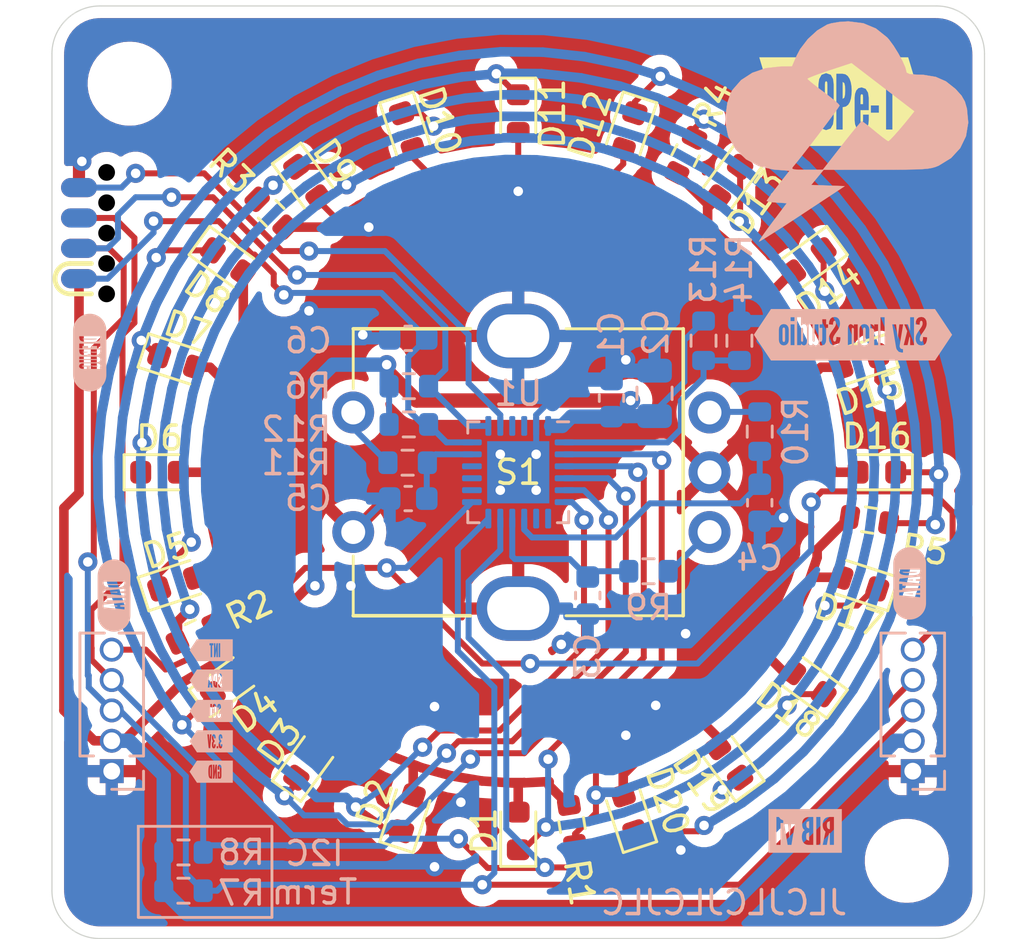
<source format=kicad_pcb>
(kicad_pcb (version 20211014) (generator pcbnew)
  (layers (0 "F.Cu" signal) (1 "In1.Cu" signal) (2 "In2.Cu" signal) (31 "B.Cu" signal) (34 "B.Paste" user) (35 "F.Paste" user) (36 "B.SilkS" user "B.Silkscreen") (37 "F.SilkS" user "F.Silkscreen") (38 "B.Mask" user) (39 "F.Mask" user) (44 "Edge.Cuts" user))
  (net 0 "")
  (net 1 "/B_Col")
  (net 2 "/C_Col")
  (net 3 "A")
  (net 4 "B")
  (net 5 "C")
  (net 6 "/D_Col")
  (net 7 "GND")
  (net 8 "+3.3V")
  (net 9 "D")
  (net 10 "E")
  (net 11 "/E_Col")
  (net 12 "/A_Col")
  (net 15 "I2C_SDA")
  (net 16 "I2C_SCL")
  (net 17 "SWDIO")
  (net 18 "INT")
  (net 24 "ADDR_SET")
  (net 25 "ENC_B")
  (net 26 "ENC_A")
  (net 27 "ENC_SW")
  (net 28 "SWCLK")
  (net 29 "~{RESET}")
  (net 31 "ENC_A_RAW")
  (net 32 "ENC_B_RAW")
  (net 33 "ENC_SW_RAW")
  (footprint "LED_SMD:LED_0603_1608Metric" (layer "F.Cu") (at 154.635254 85.734152 -108)
    (fp_text reference "D12")
    (fp_text value "LED")
  )
  (footprint "LED_SMD:LED_0603_1608Metric" (layer "F.Cu") (at 150 115 90)
    (fp_text reference "D1")
    (fp_text value "LED")
  )
  (footprint "LED_SMD:LED_0603_1608Metric" (layer "F.Cu") (at 150 85 -90)
    (fp_text reference "D11")
    (fp_text value "LED")
  )
  (footprint "MountingHole:MountingHole_2.5mm" (layer "F.Cu") (at 133.75 83.75)
    (fp_text reference "H1" hide)
    (fp_text value "MountingHole" hide)
  )
  (footprint "LED_SMD:LED_0603_1608Metric" (layer "F.Cu") (at 135.734152 95.364745 -18)
    (fp_text reference "D7")
    (fp_text value "LED")
  )
  (footprint "LED_SMD:LED_0603_1608Metric" (layer "F.Cu") (at 154.635254 114.265847 108)
    (fp_text reference "D20")
    (fp_text value "LED")
  )
  (footprint "LED_SMD:LED_0603_1608Metric" (layer "F.Cu") (at 162.135254 108.816778 144)
    (fp_text reference "D18")
    (fp_text value "LED")
  )
  (footprint "LED_SMD:LED_0603_1608Metric" (layer "F.Cu") (at 135.734152 104.635254 18)
    (fp_text reference "D5")
    (fp_text value "LED")
  )
  (footprint "LED_SMD:LED_0603_1608Metric" (layer "F.Cu") (at 164.265847 104.635254 162)
    (fp_text reference "D17")
    (fp_text value "LED")
  )
  (footprint "LED_SMD:LED_0603_1608Metric" (layer "F.Cu") (at 158.816778 112.135254 126)
    (fp_text reference "D19")
    (fp_text value "LED")
  )
  (footprint "Resistor_SMD:R_0603_1608Metric" (layer "F.Cu") (at 136.497704 106.75 25)
    (fp_text reference "R2")
    (fp_text value "R_Small")
  )
  (footprint "LED_SMD:LED_0603_1608Metric" (layer "F.Cu") (at 141.183221 87.864745 -54)
    (fp_text reference "D9")
    (fp_text value "LED")
  )
  (footprint "Resistor_SMD:R_0603_1608Metric" (layer "F.Cu") (at 152.25 114.75 99)
    (fp_text reference "R1")
    (fp_text value "R_Small")
  )
  (footprint "LED_SMD:LED_0603_1608Metric" (layer "F.Cu") (at 164.265847 95.364745 -162)
    (fp_text reference "D15")
    (fp_text value "LED")
  )
  (footprint "BVH_SOICbite:SOICbite_renumbered" (layer "F.Cu") (at 130.5 90 -90)
    (fp_text reference "J3" hide)
    (fp_text value "SOICbite-SWD")
  )
  (footprint "kibuzzard-639219D7" (layer "F.Cu") (at 163.75 84.5)
    (fp_text reference "kibuzzard-639219D7" hide)
    (fp_text value "G***" hide)
  )
  (footprint "LED_SMD:LED_0603_1608Metric" (layer "F.Cu") (at 137.864745 91.183221 -36)
    (fp_text reference "D8")
    (fp_text value "LED")
  )
  (footprint "Resistor_SMD:R_0603_1608Metric" (layer "F.Cu") (at 164.675 102 171)
    (fp_text reference "R5")
    (fp_text value "R_Small")
  )
  (footprint "LED_SMD:LED_0603_1608Metric" (layer "F.Cu") (at 135 100)
    (fp_text reference "D6")
    (fp_text value "LED")
  )
  (footprint "LED_SMD:LED_0603_1608Metric" (layer "F.Cu") (at 145.364745 114.265847 72)
    (fp_text reference "D2")
    (fp_text value "LED")
  )
  (footprint "LED_SMD:LED_0603_1608Metric" (layer "F.Cu") (at 162.135254 91.183221 -144)
    (fp_text reference "D14")
    (fp_text value "LED")
  )
  (footprint "BVH_Logos:SkyIron_logo_Back" (layer "F.Cu") (at 163.074279 85.741727)
    (fp_text reference "LOGO101" hide)
    (fp_text value "SkyIronLogo-Back" hide)
  )
  (footprint "Resistor_SMD:R_0603_1608Metric" (layer "F.Cu") (at 157 86.75 -117)
    (fp_text reference "R4")
    (fp_text value "R_Small")
  )
  (footprint "LED_SMD:LED_0603_1608Metric" (layer "F.Cu") (at 141.183221 112.135254 54)
    (fp_text reference "D3")
    (fp_text value "LED")
  )
  (footprint "Resistor_SMD:R_0603_1608Metric" (layer "F.Cu") (at 139.666637 89.166637 -45)
    (fp_text reference "R3")
    (fp_text value "R_Small")
  )
  (footprint "MountingHole:MountingHole_2.5mm" (layer "F.Cu") (at 166.25 116.25)
    (fp_text reference "H2" hide)
    (fp_text value "MountingHole" hide)
  )
  (footprint "LED_SMD:LED_0603_1608Metric" (layer "F.Cu") (at 165 100 180)
    (fp_text reference "D16")
    (fp_text value "LED")
  )
  (footprint "LED_SMD:LED_0603_1608Metric" (layer "F.Cu") (at 137.864745 108.816778 36)
    (fp_text reference "D4")
    (fp_text value "LED")
  )
  (footprint "LED_SMD:LED_0603_1608Metric" (layer "F.Cu") (at 145.364745 85.734152 -72)
    (fp_text reference "D10")
    (fp_text value "LED")
  )
  (footprint "LED_SMD:LED_0603_1608Metric" (layer "F.Cu") (at 158.816778 87.864745 -126)
    (fp_text reference "D13")
    (fp_text value "LED")
  )
  (footprint "BVH_Switches:Rotary_Encoder_W_Switch" (layer "F.Cu") (at 150 100)
    (fp_text reference "S1")
    (fp_text value "ROTARY_ENCODER_W_SPST")
  )
  (footprint "kibuzzard-63921CE0" (layer "B.Cu") (at 137.16 111.252 180)
    (fp_text reference "kibuzzard-63921CE0" hide)
    (fp_text value "G***" hide)
  )
  (footprint "Resistor_SMD:R_0603_1608Metric" (layer "B.Cu") (at 145.425 98)
    (fp_text reference "R12")
    (fp_text value "10k")
  )
  (footprint "Resistor_SMD:R_0603_1608Metric" (layer "B.Cu") (at 159.25 94.5 90)
    (fp_text reference "R14")
    (fp_text value "?")
  )
  (footprint "kibuzzard-63921B01" (layer "B.Cu") (at 164 94.25 180)
    (fp_text reference "kibuzzard-63921B01" hide)
    (fp_text value "G***" hide)
  )
  (footprint "kibuzzard-63921DF1" (layer "B.Cu") (at 166.37 104.648 -90)
    (fp_text reference "kibuzzard-63921DF1" hide)
    (fp_text value "G***" hide)
  )
  (footprint "Capacitor_SMD:C_0603_1608Metric" (layer "B.Cu") (at 160.1 101.275 -90)
    (fp_text reference "C4")
    (fp_text value "0.1uF")
  )
  (footprint "Resistor_SMD:R_0603_1608Metric" (layer "B.Cu") (at 160.1 98.3 -90)
    (fp_text reference "R10")
    (fp_text value "1k")
  )
  (footprint "kibuzzard-63921CC8" (layer "B.Cu") (at 137.16 112.522 180)
    (fp_text reference "kibuzzard-63921CC8" hide)
    (fp_text value "G***" hide)
  )
  (footprint "Package_DFN_QFN:QFN-24-1EP_4x4mm_P0.5mm_EP2.6x2.6mm" (layer "B.Cu") (at 150 100 180)
    (fp_text reference "U1")
    (fp_text value "ATSAMD10D13A-M")
  )
  (footprint "kibuzzard-63921D08" (layer "B.Cu") (at 137.16 107.442 180)
    (fp_text reference "kibuzzard-63921D08" hide)
    (fp_text value "G***" hide)
  )
  (footprint "kibuzzard-63921CFB" (layer "B.Cu") (at 137.16 108.712 180)
    (fp_text reference "kibuzzard-63921CFB" hide)
    (fp_text value "G***" hide)
  )
  (footprint "kibuzzard-63921DF1" (layer "B.Cu") (at 133.096 105.156 -90)
    (fp_text reference "kibuzzard-63921DF1" hide)
    (fp_text value "G***" hide)
  )
  (footprint "Capacitor_SMD:C_0603_1608Metric" (layer "B.Cu") (at 145.4 94.4 180)
    (fp_text reference "C6")
    (fp_text value "0.1uF")
  )
  (footprint "Resistor_SMD:R_0603_1608Metric" (layer "B.Cu") (at 136 117.5)
    (fp_text reference "R7")
    (fp_text value "2k2")
  )
  (footprint "Connector_PinSocket_1.27mm:PinSocket_1x05_P1.27mm_Vertical" (layer "B.Cu") (at 133 112.5)
    (fp_text reference "J4" hide)
    (fp_text value "Conn_01x05")
  )
  (footprint "Capacitor_SMD:C_0603_1608Metric" (layer "B.Cu") (at 152.908 105.156 -90)
    (fp_text reference "C3")
    (fp_text value "0.1uF")
  )
  (footprint "kibuzzard-63921CF0" (layer "B.Cu") (at 137.16 109.982 180)
    (fp_text reference "kibuzzard-63921CF0" hide)
    (fp_text value "G***" hide)
  )
  (footprint "kibuzzard-63921BF7" (layer "B.Cu") (at 162 115 180)
    (fp_text reference "kibuzzard-63921BF7" hide)
    (fp_text value "G***" hide)
  )
  (footprint "Connector_PinSocket_1.27mm:PinSocket_1x05_P1.27mm_Vertical" (layer "B.Cu") (at 166.5 112.5)
    (fp_text reference "J1" hide)
    (fp_text value "Conn_01x05")
  )
  (footprint "Resistor_SMD:R_0603_1608Metric" (layer "B.Cu") (at 145.375 99.6)
    (fp_text reference "R11")
    (fp_text value "1k")
  )
  (footprint "Resistor_SMD:R_0603_1608Metric" (layer "B.Cu") (at 145.425 96.4)
    (fp_text reference "R6")
    (fp_text value "1k")
  )
  (footprint "Resistor_SMD:R_0603_1608Metric" (layer "B.Cu") (at 155.448 104.14 180)
    (fp_text reference "R9")
    (fp_text value "1k")
  )
  (footprint "Capacitor_SMD:C_0603_1608Metric" (layer "B.Cu") (at 153.9 96.9 90)
    (fp_text reference "C1")
    (fp_text value "0.1uF")
  )
  (footprint "Resistor_SMD:R_0603_1608Metric" (layer "B.Cu") (at 157.75 94.5 -90)
    (fp_text reference "R13")
    (fp_text value "?")
  )
  (footprint "kibuzzard-63921E31" (layer "B.Cu") (at 132.08 94.996 -90)
    (fp_text reference "kibuzzard-63921E31" hide)
    (fp_text value "G***" hide)
  )
  (footprint "Capacitor_SMD:C_0603_1608Metric" (layer "B.Cu") (at 145.4 101.1 180)
    (fp_text reference "C5")
    (fp_text value "0.1uF")
  )
  (footprint "Resistor_SMD:R_0603_1608Metric" (layer "B.Cu") (at 136 115.9)
    (fp_text reference "R8")
    (fp_text value "2k2")
  )
  (footprint "Capacitor_SMD:C_0805_2012Metric" (layer "B.Cu") (at 155.7 96.7 90)
    (fp_text reference "C2")
    (fp_text value "10uF")
  )
  (gr_rect (start 139.7 114.808) (end 134.112 118.618) (layer "B.SilkS") (width 0.12) (fill none))
  (gr_arc (start 167.5 80.5) (mid 168.914214 81.085786) (end 169.5 82.5) (layer "Edge.Cuts") (width 0.05))
  (gr_line (start 130.5 117.5) (end 130.5 82.5) (layer "Edge.Cuts") (width 0.05))
  (gr_arc (start 130.5 82.5) (mid 131.085786 81.085786) (end 132.5 80.5) (layer "Edge.Cuts") (width 0.05))
  (gr_arc (start 132.5 119.5) (mid 131.085786 118.914214) (end 130.5 117.5) (layer "Edge.Cuts") (width 0.05))
  (gr_arc (start 169.5 117.5) (mid 168.914214 118.914214) (end 167.5 119.5) (layer "Edge.Cuts") (width 0.05))
  (gr_line (start 132.5 80.5) (end 167.5 80.5) (layer "Edge.Cuts") (width 0.05))
  (gr_line (start 167.5 119.5) (end 132.5 119.5) (layer "Edge.Cuts") (width 0.05))
  (gr_line (start 169.5 82.5) (end 169.5 117.5) (layer "Edge.Cuts") (width 0.05))
  (gr_text "I2C\nTerm" (at 141.478 116.75) (layer "B.SilkS") (effects (font (size 1 1)) (justify mirror)))
  (gr_text "JLCJLCJLCJLC" (at 158.6 118) (layer "B.SilkS") (effects (font (size 1 1)) (justify mirror)))
  (segment (start 137.832772 106.167228) (end 137.59866 106.40134) (width 0.4) (layer "F.Cu") (net 1))
  (segment locked (start 137.108096 95.608096) (end 137.610313 96.110313) (width 0.4) (layer "F.Cu") (net 1))
  (segment locked (start 137.168062 102.083428) (end 137.024605 100.799021) (width 0.4) (layer "F.Cu") (net 1))
  (segment locked (start 137.01502 99.98498) (end 137.009389 99.506717) (width 0.4) (layer "F.Cu") (net 1))
  (segment locked (start 137.36301 96.94946) (end 137.610313 96.110313) (width 0.4) (layer "F.Cu") (net 1))
  (segment locked (start 137.608097 104.391903) (end 137.733082 104.266918) (width 0.4) (layer "F.Cu") (net 1))
  (segment locked (start 136.483109 95.608096) (end 137.108096 95.608096) (width 0.4) (layer "F.Cu") (net 1))
  (segment locked (start 137.832772 104.577977) (end 137.733082 104.266918) (width 0.4) (layer "F.Cu") (net 1))
  (segment (start 138.501846 93.979028) (end 138.490437 93.990437) (width 0.4) (layer "F.Cu") (net 1))
  (segment locked (start 135.7875 100) (end 137 100) (width 0.4) (layer "F.Cu") (net 1))
  (segment locked (start 137.122563 98.219289) (end 137.36301 96.94946) (width 0.4) (layer "F.Cu") (net 1))
  (segment (start 137.832772 104.577977) (end 137.832772 106.167228) (width 0.4) (layer "F.Cu") (net 1))
  (segment locked (start 137.610313 96.110313) (end 137.728353 95.70978) (width 0.4) (layer "F.Cu") (net 1))
  (segment locked (start 137.009389 99.506717) (end 137.122563 98.219289) (width 0.4) (layer "F.Cu") (net 1))
  (segment locked (start 137.733082 104.266918) (end 137.438341 103.347243) (width 0.4) (layer "F.Cu") (net 1))
  (segment locked (start 137.438341 103.347243) (end 137.168062 102.083428) (width 0.4) (layer "F.Cu") (net 1))
  (segment locked (start 137.024605 100.799021) (end 137.01502 99.98498) (width 0.4) (layer "F.Cu") (net 1))
  (segment locked (start 137 100) (end 137.01502 99.98498) (width 0.4) (layer "F.Cu") (net 1))
  (segment locked (start 136.483109 104.391903) (end 137.608097 104.391903) (width 0.4) (layer "F.Cu") (net 1))
  (segment locked (start 137.728353 95.70978) (end 138.21498 94.512502) (width 0.4) (layer "F.Cu") (net 1))
  (segment (start 138.501846 91.646102) (end 138.501846 93.979028) (width 0.4) (layer "F.Cu") (net 1))
  (segment (start 138.21498 94.512502) (end 138.490437 93.990437) (width 0.4) (layer "F.Cu") (net 1))
  (segment (start 137.59866 106.40134) (end 137.245408 106.40134) (width 0.4) (layer "F.Cu") (net 1))
  (segment locked (start 152.044314 87.161772) (end 153.308947 87.428199) (width 0.4) (layer "F.Cu") (net 2))
  (segment locked (start 145.608096 86.483109) (end 145.608096 86.858096) (width 0.25) (layer "F.Cu") (net 2))
  (segment (start 142.065324 89.75) (end 140.25 89.75) (width 0.4) (layer "F.Cu") (net 2))
  (segment locked (start 145.672403 87.741484) (end 146.303425 87.553425) (width 0.4) (layer "F.Cu") (net 2))
  (segment locked (start 150 85.7875) (end 150 87) (width 0.25) (layer "F.Cu") (net 2))
  (segment (start 142.260084 89.55524) (end 142.065324 89.75) (width 0.4) (layer "F.Cu") (net 2))
  (segment locked (start 154.391903 87.108097) (end 153.888127 87.611873) (width 0.25) (layer "F.Cu") (net 2))
  (segment locked (start 145.608096 86.858096) (end 146.303425 87.553425) (width 0.25) (layer "F.Cu") (net 2))
  (segment locked (start 142.437177 89.437177) (end 143.335415 88.838342) (width 0.4) (layer "F.Cu") (net 2))
  (segment locked (start 149.467132 87.010952) (end 149.984533 87.015467) (width 0.4) (layer "F.Cu") (net 2))
  (segment locked (start 143.335415 88.838342) (end 144.476614 88.231758) (width 0.4) (layer "F.Cu") (net 2))
  (segment locked (start 154.391903 86.483109) (end 154.391903 87.108097) (width 0.25) (layer "F.Cu") (net 2))
  (segment locked (start 142.260084 89.55524) (end 142.437177 89.437177) (width 0.4) (layer "F.Cu") (net 2))
  (segment locked (start 146.303425 87.553425) (end 146.910964 87.372365) (width 0.4) (layer "F.Cu") (net 2))
  (segment locked (start 150.759476 87.02223) (end 152.044314 87.161772) (width 0.4) (layer "F.Cu") (net 2))
  (segment locked (start 146.910964 87.372365) (end 148.180054 87.128049) (width 0.4) (layer "F.Cu") (net 2))
  (segment (start 141.646102 88.646102) (end 142.437177 89.437177) (width 0.25) (layer "F.Cu") (net 2))
  (segment (start 141.646102 88.501846) (end 141.646102 88.646102) (width 0.25) (layer "F.Cu") (net 2))
  (segment locked (start 153.308947 87.428199) (end 153.888127 87.611873) (width 0.4) (layer "F.Cu") (net 2))
  (segment locked (start 150 87) (end 149.984533 87.015467) (width 0.25) (layer "F.Cu") (net 2))
  (segment locked (start 149.984533 87.015467) (end 150.759476 87.02223) (width 0.4) (layer "F.Cu") (net 2))
  (segment locked (start 144.476614 88.231758) (end 145.672403 87.741484) (width 0.4) (layer "F.Cu") (net 2))
  (segment locked (start 148.180054 87.128049) (end 149.467132 87.010952) (width 0.4) (layer "F.Cu") (net 2))
  (segment locked (start 159.279659 87.227644) (end 159.279659 89.470341) (width 0.25) (layer "F.Cu") (net 3))
  (segment locked (start 140.72034 87.227644) (end 142.070646 87.227644) (width 0.25) (layer "F.Cu") (net 3))
  (segment (start 153.25 114.25) (end 153.25 113.5) (width 0.25) (layer "F.Cu") (net 3))
  (segment (start 156 108) (end 156 99.5) (width 0.25) (layer "F.Cu") (net 3))
  (segment locked (start 164.174727 105.575273) (end 162.825273 105.575273) (width 0.25) (layer "F.Cu") (net 3))
  (segment (start 153.25 113.5) (end 153.25 110.75) (width 0.25) (layer "F.Cu") (net 3))
  (segment locked (start 164.871395 104.878605) (end 164.174727 105.575273) (width 0.25) (layer "F.Cu") (net 3))
  (segment locked (start 142.070646 87.227644) (end 142.822754 87.979752) (width 0.25) (layer "F.Cu") (net 3))
  (segment locked (start 134.985195 104.264805) (end 136.326396 102.923604) (width 0.25) (layer "F.Cu") (net 3))
  (segment locked (start 159.279659 89.470341) (end 159.243935 89.506065) (width 0.25) (layer "F.Cu") (net 3))
  (segment (start 152.379058 115.120942) (end 153.25 114.25) (width 0.25) (layer "F.Cu") (net 3))
  (segment (start 153.25 110.75) (end 156 108) (width 0.25) (layer "F.Cu") (net 3))
  (segment locked (start 134.985195 104.878605) (end 134.985195 104.264805) (width 0.25) (layer "F.Cu") (net 3))
  (segment (start 152.379058 115.564843) (end 152.379058 115.120942) (width 0.25) (layer "F.Cu") (net 3))
  (via (at 153.25 113.5) (size 0.8) (drill 0.4) (layers "F.Cu" "B.Cu") (net 3))
  (via locked (at 142.822754 87.979752) (size 0.8) (drill 0.4) (layers "F.Cu" "B.Cu") (net 3))
  (via locked (at 136.326396 102.923604) (size 0.8) (drill 0.4) (layers "F.Cu" "B.Cu") (net 3))
  (via (at 156 99.5) (size 0.8) (drill 0.4) (layers "F.Cu" "B.Cu") (net 3))
  (via locked (at 162.825273 105.575273) (size 0.8) (drill 0.4) (layers "F.Cu" "B.Cu") (net 3))
  (via locked (at 159.243935 89.506065) (size 0.8) (drill 0.4) (layers "F.Cu" "B.Cu") (net 3))
  (segment locked (start 149.426142 86.011795) (end 150.817897 86.02394) (width 0.4) (layer "B.Cu") (net 3))
  (segment locked (start 163.664327 96.952814) (end 163.899364 98.324633) (width 0.4) (layer "B.Cu") (net 3))
  (segment locked (start 153.563482 86.461138) (end 154.890175 86.881868) (width 0.4) (layer "B.Cu") (net 3))
  (segment locked (start 155.423776 112.906658) (end 154.115443 113.381416) (width 0.4) (layer "B.Cu") (net 3))
  (segment locked (start 136.390934 96.714803) (end 136.78438 95.379763) (width 0.4) (layer "B.Cu") (net 3))
  (segment locked (start 163.015129 105.15806) (end 162.825273 105.575273) (width 0.4) (layer "B.Cu") (net 3))
  (segment locked (start 163.956356 101.104224) (end 163.777747 102.484525) (width 0.4) (layer "B.Cu") (net 3))
  (segment locked (start 160.555727 90.803489) (end 161.416706 91.897037) (width 0.4) (layer "B.Cu") (net 3))
  (segment locked (start 158.530332 88.898981) (end 159.243935 89.506065) (width 0.4) (layer "B.Cu") (net 3))
  (segment locked (start 144.051738 87.326508) (end 145.339511 86.798521) (width 0.4) (layer "B.Cu") (net 3))
  (segment locked (start 136.18099 102.243691) (end 136.026498 100.860484) (width 0.4) (layer "B.Cu") (net 3))
  (segment locked (start 162.825273 105.575273) (end 162.438658 106.424871) (width 0.4) (layer "B.Cu") (net 3))
  (segment locked (start 150.817897 86.02394) (end 152.201569 86.174216) (width 0.4) (layer "B.Cu") (net 3))
  (segment locked (start 152.201569 86.174216) (end 153.563482 86.461138) (width 0.4) (layer "B.Cu") (net 3))
  (segment locked (start 146.673346 86.401008) (end 148.040059 86.137899) (width 0.4) (layer "B.Cu") (net 3))
  (segment locked (start 154.890175 86.881868) (end 156.168537 87.43225) (width 0.4) (layer "B.Cu") (net 3))
  (segment locked (start 142.822754 87.979752) (end 144.051738 87.326508) (width 0.4) (layer "B.Cu") (net 3))
  (segment locked (start 145.339511 86.798521) (end 146.673346 86.401008) (width 0.4) (layer "B.Cu") (net 3))
  (segment locked (start 156.168537 87.43225) (end 157.385934 88.106843) (width 0.4) (layer "B.Cu") (net 3))
  (segment locked (start 157.867226 111.580411) (end 156.678504 112.304339) (width 0.4) (layer "B.Cu") (net 3))
  (segment locked (start 136.026498 100.860484) (end 136.010111 99.468772) (width 0.4) (layer "B.Cu") (net 3))
  (segment locked (start 140.589037 89.635012) (end 141.664705 88.751797) (width 0.4) (layer "B.Cu") (net 3))
  (segment locked (start 159.590423 89.800834) (end 160.555727 90.803489) (width 0.4) (layer "B.Cu") (net 3))
  (segment locked (start 163.899364 98.324633) (end 163.997029 99.71301) (width 0.4) (layer "B.Cu") (net 3))
  (segment locked (start 136.010111 99.468772) (end 136.131991 98.082311) (width 0.4) (layer "B.Cu") (net 3))
  (segment (start 154.115443 113.381416) (end 153.368584 113.381416) (width 0.4) (layer "B.Cu") (net 3))
  (segment locked (start 163.777747 102.484525) (end 163.462968 103.84027) (width 0.4) (layer "B.Cu") (net 3))
  (segment (start 153.368584 113.381416) (end 153.25 113.5) (width 0.4) (layer "B.Cu") (net 3))
  (segment locked (start 159.243935 89.506065) (end 159.590423 89.800834) (width 0.4) (layer "B.Cu") (net 3))
  (segment locked (start 139.606381 90.620667) (end 140.589037 89.635012) (width 0.4) (layer "B.Cu") (net 3))
  (segment locked (start 160.000425 109.797483) (end 158.978193 110.742031) (width 0.4) (layer "B.Cu") (net 3))
  (segment locked (start 137.30844 94.090387) (end 137.957936 92.859418) (width 0.4) (layer "B.Cu") (net 3))
  (segment locked (start 160.92382 108.756102) (end 160.000425 109.797483) (width 0.4) (layer "B.Cu") (net 3))
  (segment locked (start 161.416706 91.897037) (end 162.164849 93.070669) (width 0.4) (layer "B.Cu") (net 3))
  (segment locked (start 156.678504 112.304339) (end 155.423776 112.906658) (width 0.4) (layer "B.Cu") (net 3))
  (segment locked (start 163.997029 99.71301) (end 163.956356 101.104224) (width 0.4) (layer "B.Cu") (net 3))
  (segment (start 151.9375 99.25) (end 155.75 99.25) (width 0.25) (layer "B.Cu") (net 3))
  (segment locked (start 138.726448 91.699022) (end 139.606381 90.620667) (width 0.4) (layer "B.Cu") (net 3))
  (segment locked (start 162.792763 94.312786) (end 163.294241 95.611111) (width 0.4) (layer "B.Cu") (net 3))
  (segment locked (start 136.78438 95.379763) (end 137.30844 94.090387) (width 0.4) (layer "B.Cu") (net 3))
  (segment locked (start 163.294241 95.611111) (end 163.664327 96.952814) (width 0.4) (layer "B.Cu") (net 3))
  (segment locked (start 137.957936 92.859418) (end 138.726448 91.699022) (width 0.4) (layer "B.Cu") (net 3))
  (segment locked (start 162.164849 93.070669) (end 162.792763 94.312786) (width 0.4) (layer "B.Cu") (net 3))
  (segment locked (start 157.385934 88.106843) (end 158.530332 88.898981) (width 0.4) (layer "B.Cu") (net 3))
  (segment locked (start 136.131991 98.082311) (end 136.390934 96.714803) (width 0.4) (layer "B.Cu") (net 3))
  (segment locked (start 158.978193 110.742031) (end 157.867226 111.580411) (width 0.4) (layer "B.Cu") (net 3))
  (segment (start 155.75 99.25) (end 156 99.5) (width 0.25) (layer "B.Cu") (net 3))
  (segment locked (start 136.326396 102.923604) (end 136.18099 102.243691) (width 0.4) (layer "B.Cu") (net 3))
  (segment locked (start 161.73925 107.628183) (end 160.92382 108.756102) (width 0.4) (layer "B.Cu") (net 3))
  (segment locked (start 163.462968 103.84027) (end 163.015129 105.15806) (width 0.4) (layer "B.Cu") (net 3))
  (segment locked (start 148.040059 86.137899) (end 149.426142 86.011795) (width 0.4) (layer "B.Cu") (net 3))
  (segment locked (start 162.438658 106.424871) (end 161.73925 107.628183) (width 0.4) (layer "B.Cu") (net 3))
  (segment locked (start 141.664705 88.751797) (end 142.822754 87.979752) (width 0.4) (layer "B.Cu") (net 3))
  (segment (start 150.2125 115.7875) (end 151.157645 114.842355) (width 0.25) (layer "F.Cu") (net 4))
  (segment locked (start 162.772355 109.279659) (end 161.713867 109.279659) (width 0.25) (layer "F.Cu") (net 4))
  (segment locked (start 161.713867 109.279659) (end 161.246763 109.746763) (width 0.25) (layer "F.Cu") (net 4))
  (segment locked (start 145.917897 84.985195) (end 146.459489 85.526787) (width 0.25) (layer "F.Cu") (net 4))
  (segment (start 151.25 111.75) (end 155.25 107.75) (width 0.25) (layer "F.Cu") (net 4))
  (segment locked (start 162.772355 90.72034) (end 162.772355 92.379379) (width 0.25) (layer "F.Cu") (net 4))
  (segment locked (start 145.121394 84.985195) (end 145.917897 84.985195) (width 0.25) (layer "F.Cu") (net 4))
  (segment locked (start 135.75 107.09866) (end 135.75 106.25) (width 0.4) (layer "F.Cu") (net 4))
  (segment locked (start 162.772355 92.379379) (end 162.821488 92.428512) (width 0.25) (layer "F.Cu") (net 4))
  (segment (start 151.25 112) (end 151.25 111.75) (width 0.25) (layer "F.Cu") (net 4))
  (segment (start 155.25 107.75) (end 155.25 100.25) (width 0.25) (layer "F.Cu") (net 4))
  (segment (start 155.25 100.25) (end 155 100) (width 0.25) (layer "F.Cu") (net 4))
  (segment locked (start 135.75 106.25) (end 136.265922 105.734078) (width 0.4) (layer "F.Cu") (net 4))
  (via locked (at 161.246763 109.746763) (size 0.8) (drill 0.4) (layers "F.Cu" "B.Cu") (net 4))
  (via locked (at 146.459489 85.526787) (size 0.8) (drill 0.4) (layers "F.Cu" "B.Cu") (net 4))
  (via locked (at 136.265922 105.734078) (size 0.8) (drill 0.4) (layers "F.Cu" "B.Cu") (net 4))
  (via (at 151.157645 114.842355) (size 0.8) (drill 0.4) (layers "F.Cu" "B.Cu") (net 4))
  (via (at 155 100) (size 0.8) (drill 0.4) (layers "F.Cu" "B.Cu") (net 4))
  (via (at 151.25 112) (size 0.8) (drill 0.4) (layers "F.Cu" "B.Cu") (net 4))
  (via locked (at 162.821488 92.428512) (size 0.8) (drill 0.4) (layers "F.Cu" "B.Cu") (net 4))
  (segment locked (start 138.001719 91.165387) (end 138.938219 90.017709) (width 0.4) (layer "B.Cu") (net 4))
  (segment locked (start 164.792896 98.216931) (end 164.896839 99.694561) (width 0.4) (layer "B.Cu") (net 4))
  (segment locked (start 147.914062 85.246764) (end 149.389251 85.112552) (width 0.4) (layer "B.Cu") (net 4))
  (segment locked (start 136.492554 93.710483) (end 137.183803 92.40038) (width 0.4) (layer "B.Cu") (net 4))
  (segment locked (start 135.934803 95.082748) (end 136.492554 93.710483) (width 0.4) (layer "B.Cu") (net 4))
  (segment locked (start 135.11076 99.434622) (end 135.240475 97.959031) (width 0.4) (layer "B.Cu") (net 4))
  (segment locked (start 135.602406 103.836456) (end 135.292624 102.387929) (width 0.4) (layer "B.Cu") (net 4))
  (segment locked (start 137.183803 92.40038) (end 138.001719 91.165387) (width 0.4) (layer "B.Cu") (net 4))
  (segment locked (start 164.148871 95.328968) (end 164.542749 96.756923) (width 0.4) (layer "B.Cu") (net 4))
  (segment locked (start 162.821488 92.428512) (end 162.946876 92.625211) (width 0.4) (layer "B.Cu") (net 4))
  (segment (start 151.25 112) (end 151.25 114.75) (width 0.25) (layer "B.Cu") (net 4))
  (segment locked (start 152.343099 85.285415) (end 153.792563 85.590781) (width 0.4) (layer "B.Cu") (net 4))
  (segment locked (start 153.792563 85.590781) (end 155.204544 86.038559) (width 0.4) (layer "B.Cu") (net 4))
  (segment locked (start 162.493917 108.118566) (end 161.626066 109.318995) (width 0.4) (layer "B.Cu") (net 4))
  (segment locked (start 159.555363 111.43259) (end 158.372976 112.324867) (width 0.4) (layer "B.Cu") (net 4))
  (segment locked (start 149.389251 85.112552) (end 150.870477 85.125478) (width 0.4) (layer "B.Cu") (net 4))
  (segment locked (start 157.107837 113.095333) (end 155.772448 113.736373) (width 0.4) (layer "B.Cu") (net 4))
  (segment locked (start 163.238286 106.837899) (end 162.493917 108.118566) (width 0.4) (layer "B.Cu") (net 4))
  (segment (start 151.25 114.75) (end 151.157645 114.842355) (width 0.25) (layer "B.Cu") (net 4))
  (segment locked (start 145.039908 85.949854) (end 146.459489 85.526787) (width 0.4) (layer "B.Cu") (net 4))
  (segment locked (start 142.361359 87.207022) (end 143.66935 86.511783) (width 0.4) (layer "B.Cu") (net 4))
  (segment locked (start 135.1282 100.915801) (end 135.11076 99.434622) (width 0.4) (layer "B.Cu") (net 4))
  (segment locked (start 155.772448 113.736373) (end 154.380008 114.241651) (width 0.4) (layer "B.Cu") (net 4))
  (segment locked (start 143.66935 86.511783) (end 145.039908 85.949854) (width 0.4) (layer "B.Cu") (net 4))
  (segment locked (start 136.265922 105.734078) (end 136.054484 105.247066) (width 0.4) (layer "B.Cu") (net 4))
  (segment locked (start 164.542749 96.756923) (end 164.792896 98.216931) (width 0.4) (layer "B.Cu") (net 4))
  (segment locked (start 139.984046 88.96869) (end 141.128864 88.028698) (width 0.4) (layer "B.Cu") (net 4))
  (segment locked (start 160.20695 89.145173) (end 161.23431 90.212284) (width 0.4) (layer "B.Cu") (net 4))
  (segment locked (start 162.946876 92.625211) (end 163.615155 93.947179) (width 0.4) (layer "B.Cu") (net 4))
  (segment locked (start 155.204544 86.038559) (end 156.565087 86.624322) (width 0.4) (layer "B.Cu") (net 4))
  (segment locked (start 164.896839 99.694561) (end 164.853551 101.17521) (width 0.4) (layer "B.Cu") (net 4))
  (segment locked (start 135.292624 102.387929) (end 135.1282 100.915801) (width 0.4) (layer "B.Cu") (net 4))
  (segment locked (start 161.23431 90.212284) (end 162.150638 91.376131) (width 0.4) (layer "B.Cu") (net 4))
  (segment locked (start 160.64331 110.427321) (end 159.555363 111.43259) (width 0.4) (layer "B.Cu") (net 4))
  (segment locked (start 162.150638 91.376131) (end 162.821488 92.428512) (width 0.4) (layer "B.Cu") (net 4))
  (segment locked (start 158.372976 112.324867) (end 157.107837 113.095333) (width 0.4) (layer "B.Cu") (net 4))
  (segment locked (start 150.870477 85.125478) (end 152.343099 85.285415) (width 0.4) (layer "B.Cu") (net 4))
  (segment locked (start 135.240475 97.959031) (end 135.516064 96.503611) (width 0.4) (layer "B.Cu") (net 4))
  (segment locked (start 136.054484 105.247066) (end 135.602406 103.836456) (width 0.4) (layer "B.Cu") (net 4))
  (segment (start 155 100) (end 154.75 99.75) (width 0.25) (layer "B.Cu") (net 4))
  (segment locked (start 138.938219 90.017709) (end 139.984046 88.96869) (width 0.4) (layer "B.Cu") (net 4))
  (segment locked (start 163.615155 93.947179) (end 164.148871 95.328968) (width 0.4) (layer "B.Cu") (net 4))
  (segment locked (start 135.516064 96.503611) (end 135.934803 95.082748) (width 0.4) (layer "B.Cu") (net 4))
  (segment locked (start 164.66346 102.644244) (end 164.328445 104.087144) (width 0.4) (layer "B.Cu") (net 4))
  (segment locked (start 159.078711 88.185344) (end 160.20695 89.145173) (width 0.4) (layer "B.Cu") (net 4))
  (segment locked (start 146.459489 85.526787) (end 147.914062 85.246764) (width 0.4) (layer "B.Cu") (net 4))
  (segment locked (start 164.853551 101.17521) (end 164.66346 102.644244) (width 0.4) (layer "B.Cu") (net 4))
  (segment locked (start 164.328445 104.087144) (end 163.851817 105.48965) (width 0.4) (layer "B.Cu") (net 4))
  (segment locked (start 163.851817 105.48965) (end 163.238286 106.837899) (width 0.4) (layer "B.Cu") (net 4))
  (segment locked (start 161.246763 109.746763) (end 160.64331 110.427321) (width 0.4) (layer "B.Cu") (net 4))
  (segment locked (start 154.380008 114.241651) (end 152.944279 114.606174) (width 0.4) (layer "B.Cu") (net 4))
  (segment locked (start 141.128864 88.028698) (end 142.361359 87.207022) (width 0.4) (layer "B.Cu") (net 4))
  (segment locked (start 156.565087 86.624322) (end 157.860744 87.342283) (width 0.4) (layer "B.Cu") (net 4))
  (segment locked (start 152.944279 114.606174) (end 151.47945 114.826339) (width 0.4) (layer "B.Cu") (net 4))
  (segment (start 154.75 99.75) (end 151.9375 99.75) (width 0.25) (layer "B.Cu") (net 4))
  (segment locked (start 161.626066 109.318995) (end 161.246763 109.746763) (width 0.4) (layer "B.Cu") (net 4))
  (segment locked (start 157.860744 87.342283) (end 159.078711 88.185344) (width 0.4) (layer "B.Cu") (net 4))
  (segment locked (start 159.039753 112.772355) (end 158.531054 113.281054) (width 0.25) (layer "F.Cu") (net 5))
  (segment locked (start 165.014804 95.121394) (end 165.014804 96.154667) (width 0.25) (layer "F.Cu") (net 5))
  (segment locked (start 144.141768 114.641768) (end 144.108232 114.641768) (width 0.25) (layer "F.Cu") (net 5))
  (segment locked (start 144.108232 114.641768) (end 144.481268 115.014804) (width 0.25) (layer "F.Cu") (net 5))
  (segment locked (start 144.481268 115.014804) (end 145.121394 115.014804) (width 0.25) (layer "F.Cu") (net 5))
  (segment (start 152.75 102) (end 152.75 107.275306) (width 0.25) (layer "F.Cu") (net 5))
  (segment locked (start 143.2 114) (end 144.141768 114.641768) (width 0.25) (layer "F.Cu") (net 5))
  (segment (start 152.512653 107.512653) (end 152.75 107.275305) (width 0.25) (layer "F.Cu") (net 5))
  (segment locked (start 139.083274 88.583274) (end 139.164302 88.583274) (width 0.25) (layer "F.Cu") (net 5))
  (segment locked (start 146 111.5) (end 146.7 110.8) (width 0.25) (layer "F.Cu") (net 5))
  (segment locked (start 146.7 110.8) (end 149.225305 110.8) (width 0.25) (layer "F.Cu") (net 5))
  (segment locked (start 165.014804 96.154667) (end 165.42117 96.561033) (width 0.25) (layer "F.Cu") (net 5))
  (segment (start 152.75 107.275306) (end 152.512653 107.512653) (width 0.25) (layer "F.Cu") (net 5))
  (segment (start 149.225305 110.8) (end 152.512653 107.512653) (width 0.25) (layer "F.Cu") (net 5))
  (segment locked (start 139.164302 88.583274) (end 139.748788 87.998788) (width 0.25) (layer "F.Cu") (net 5))
  (segment locked (start 134.2125 100) (end 134.2125 98.821678) (width 0.25) (layer "F.Cu") (net 5))
  (segment locked (start 134.2125 98.821678) (end 134.267089 98.767089) (width 0.25) (layer "F.Cu") (net 5))
  (via locked (at 143.2 114) (size 0.8) (drill 0.4) (layers "F.Cu" "B.Cu") (net 5))
  (via (at 152.75 102) (size 0.8) (drill 0.4) (layers "F.Cu" "B.Cu") (net 5))
  (via locked (at 134.267089 98.767089) (size 0.8) (drill 0.4) (layers "F.Cu" "B.Cu") (net 5))
  (via locked (at 165.42117 96.561033) (size 0.8) (drill 0.4) (layers "F.Cu" "B.Cu") (net 5))
  (via locked (at 139.748788 87.998788) (size 0.8) (drill 0.4) (layers "F.Cu" "B.Cu") (net 5))
  (via locked (at 158.531054 113.281054) (size 0.8) (drill 0.4) (layers "F.Cu" "B.Cu") (net 5))
  (via locked (at 146 111.5) (size 0.8) (drill 0.4) (layers "F.Cu" "B.Cu") (net 5))
  (segment locked (start 134.641196 96.29242) (end 135.085228 94.785733) (width 0.4) (layer "B.Cu") (net 5))
  (segment locked (start 134.267089 98.767089) (end 134.348961 97.835751) (width 0.4) (layer "B.Cu") (net 5))
  (segment locked (start 144.162564 113.337436) (end 146 111.5) (width 0.25) (layer "B.Cu") (net 5))
  (segment locked (start 134.348961 97.835751) (end 134.641196 96.29242) (width 0.4) (layer "B.Cu") (net 5))
  (segment locked (start 138.522549 110.858504) (end 137.501102 109.665224) (width 0.4) (layer "B.Cu") (net 5))
  (segment locked (start 162.884569 90.855227) (end 163.728902 92.179754) (width 0.4) (layer "B.Cu") (net 5))
  (segment locked (start 146.245633 84.652566) (end 147.788066 84.355629) (width 0.4) (layer "B.Cu") (net 5))
  (segment locked (start 140.593024 87.305599) (end 141.899965 86.434292) (width 0.4) (layer "B.Cu") (net 5))
  (segment (start 151.9375 101.25) (end 152.25 101.25) (width 0.25) (layer "B.Cu") (net 5))
  (segment locked (start 141.899965 86.434292) (end 143.286962 85.697059) (width 0.4) (layer "B.Cu") (net 5))
  (segment locked (start 138.467104 89.217104) (end 139.379056 88.30237) (width 0.4) (layer "B.Cu") (net 5))
  (segment locked (start 161.912893 89.62108) (end 162.884569 90.855227) (width 0.4) (layer "B.Cu") (net 5))
  (segment locked (start 163.728902 92.179754) (end 164.437547 93.581572) (width 0.4) (layer "B.Cu") (net 5))
  (segment locked (start 164.037914 107.250926) (end 163.248583 108.608949) (width 0.4) (layer "B.Cu") (net 5))
  (segment locked (start 154.021644 84.720426) (end 155.518912 85.195251) (width 0.4) (layer "B.Cu") (net 5))
  (segment locked (start 165.750745 101.246196) (end 165.549172 102.803964) (width 0.4) (layer "B.Cu") (net 5))
  (segment locked (start 134.732753 104.068188) (end 134.404259 102.532166) (width 0.4) (layer "B.Cu") (net 5))
  (segment locked (start 158.335554 86.577723) (end 159.62709 87.471707) (width 0.4) (layer "B.Cu") (net 5))
  (segment locked (start 138.270058 89.414752) (end 138.467104 89.217104) (width 0.4) (layer "B.Cu") (net 5))
  (segment locked (start 135.837677 107.004826) (end 135.212138 105.564003) (width 0.4) (layer "B.Cu") (net 5))
  (segment locked (start 137.276991 90.631753) (end 138.270058 89.414752) (width 0.4) (layer "B.Cu") (net 5))
  (segment locked (start 139.657432 111.944466) (end 138.522549 110.858504) (width 0.4) (layer "B.Cu") (net 5))
  (segment locked (start 162.328311 109.881888) (end 161.286195 111.05716) (width 0.4) (layer "B.Cu") (net 5))
  (segment locked (start 135.085228 94.785733) (end 135.676668 93.33058) (width 0.4) (layer "B.Cu") (net 5))
  (segment (start 152.25 101.25) (end 152.75 101.75) (width 0.25) (layer "B.Cu") (net 5))
  (segment locked (start 147.788066 84.355629) (end 149.35236 84.21331) (width 0.4) (layer "B.Cu") (net 5))
  (segment locked (start 143.2 114) (end 144.162564 113.337436) (width 0.25) (layer "B.Cu") (net 5))
  (segment locked (start 144.740306 85.101187) (end 146.245633 84.652566) (width 0.4) (layer "B.Cu") (net 5))
  (segment locked (start 136.40967 91.941343) (end 137.276991 90.631753) (width 0.4) (layer "B.Cu") (net 5))
  (segment locked (start 136.603187 108.376419) (end 135.837677 107.004826) (width 0.4) (layer "B.Cu") (net 5))
  (segment locked (start 152.484628 84.396615) (end 154.021644 84.720426) (width 0.4) (layer "B.Cu") (net 5))
  (segment locked (start 139.748788 87.998788) (end 140.593024 87.305599) (width 0.4) (layer "B.Cu") (net 5))
  (segment locked (start 165.42117 96.561033) (end 165.686426 98.109229) (width 0.4) (layer "B.Cu") (net 5))
  (segment locked (start 158.878727 113.069322) (end 158.531054 113.281054) (width 0.4) (layer "B.Cu") (net 5))
  (segment locked (start 135.212138 105.564003) (end 134.732753 104.068188) (width 0.4) (layer "B.Cu") (net 5))
  (segment locked (start 143.286962 85.697059) (end 144.740306 85.101187) (width 0.4) (layer "B.Cu") (net 5))
  (segment locked (start 165.193922 104.334019) (end 164.688504 105.821239) (width 0.4) (layer "B.Cu") (net 5))
  (segment locked (start 160.823477 88.489512) (end 161.912893 89.62108) (width 0.4) (layer "B.Cu") (net 5))
  (segment locked (start 150.923056 84.227018) (end 152.484628 84.396615) (width 0.4) (layer "B.Cu") (net 5))
  (segment locked (start 159.62709 87.471707) (end 160.823477 88.489512) (width 0.4) (layer "B.Cu") (net 5))
  (segment locked (start 165.549172 102.803964) (end 165.193922 104.334019) (width 0.4) (layer "B.Cu") (net 5))
  (segment locked (start 134.21141 99.400472) (end 134.267089 98.767089) (width 0.4) (layer "B.Cu") (net 5))
  (segment locked (start 165.686426 98.109229) (end 165.796647 99.676112) (width 0.4) (layer "B.Cu") (net 5))
  (segment locked (start 135.676668 93.33058) (end 136.40967 91.941343) (width 0.4) (layer "B.Cu") (net 5))
  (segment locked (start 161.286195 111.05716) (end 160.132532 112.12315) (width 0.4) (layer "B.Cu") (net 5))
  (segment locked (start 165.003501 95.046825) (end 165.42117 96.561033) (width 0.4) (layer "B.Cu") (net 5))
  (segment (start 152.75 101.75) (end 152.75 102) (width 0.25) (layer "B.Cu") (net 5))
  (segment locked (start 156.961636 85.816396) (end 158.335554 86.577723) (width 0.4) (layer "B.Cu") (net 5))
  (segment locked (start 160.132532 112.12315) (end 158.878727 113.069322) (width 0.4) (layer "B.Cu") (net 5))
  (segment (start 141.582158 113.6) (end 142.8 113.6) (width 0.4) (layer "B.Cu") (net 5))
  (segment locked (start 134.229904 100.971118) (end 134.21141 99.400472) (width 0.4) (layer "B.Cu") (net 5))
  (segment locked (start 140.894534 112.912376) (end 139.657432 111.944466) (width 0.4) (layer "B.Cu") (net 5))
  (segment locked (start 139.379056 88.30237) (end 139.748788 87.998788) (width 0.4) (layer "B.Cu") (net 5))
  (segment locked (start 134.404259 102.532166) (end 134.229904 100.971118) (width 0.4) (layer "B.Cu") (net 5))
  (segment locked (start 164.437547 93.581572) (end 165.003501 95.046825) (width 0.4) (layer "B.Cu") (net 5))
  (segment (start 142.8 113.6) (end 143.2 114) (width 0.4) (layer "B.Cu") (net 5))
  (segment locked (start 155.518912 85.195251) (end 156.961636 85.816396) (width 0.4) (layer "B.Cu") (net 5))
  (segment locked (start 165.796647 99.676112) (end 165.750745 101.246196) (width 0.4) (layer "B.Cu") (net 5))
  (segment locked (start 149.35236 84.21331) (end 150.923056 84.227018) (width 0.4) (layer "B.Cu") (net 5))
  (segment locked (start 137.501102 109.665224) (end 136.603187 108.376419) (width 0.4) (layer "B.Cu") (net 5))
  (segment locked (start 164.688504 105.821239) (end 164.037914 107.250926) (width 0.4) (layer "B.Cu") (net 5))
  (segment locked (start 163.248583 108.608949) (end 162.328311 109.881888) (width 0.4) (layer "B.Cu") (net 5))
  (segment (start 140.894534 112.912376) (end 141.582158 113.6) (width 0.4) (layer "B.Cu") (net 5))
  (segment locked (start 157.921023 88.780645) (end 156.625458 87.48508) (width 0.4) (layer "F.Cu") (net 6))
  (segment locked (start 164.2125 100) (end 163.263731 100) (width 0.4) (layer "F.Cu") (net 6))
  (segment locked (start 157.921023 89.691911) (end 158.905392 90.529346) (width 0.4) (layer "F.Cu") (net 6))
  (segment locked (start 163.51689 95.608096) (end 162.661159 95.608096) (width 0.4) (layer "F.Cu") (net 6))
  (segment locked (start 158.905392 90.529346) (end 159.801747 91.460383) (width 0.4) (layer "F.Cu") (net 6))
  (segment locked (start 160.601227 92.47582) (end 161.295931 93.565621) (width 0.4) (layer "F.Cu") (net 6))
  (segment locked (start 161.430945 91.646102) (end 160.601227 92.47582) (width 0.4) (layer "F.Cu") (net 6))
  (segment locked (start 161.878994 94.719015) (end 162.344652 95.924603) (width 0.4) (layer "F.Cu") (net 6))
  (segment locked (start 162.906552 98.444302) (end 162.997241 99.73351) (width 0.4) (layer "F.Cu") (net 6))
  (segment locked (start 162.661159 95.608096) (end 162.344652 95.924603) (width 0.4) (layer "F.Cu") (net 6))
  (segment locked (start 162.344652 95.924603) (end 162.688304 97.17047) (width 0.4) (layer "F.Cu") (net 6))
  (segment (start 157.921023 88.93472) (end 158.353897 88.501846) (width 0.4) (layer "F.Cu") (net 6))
  (segment locked (start 159.801747 91.460383) (end 160.601227 92.47582) (width 0.4) (layer "F.Cu") (net 6))
  (segment locked (start 163.263731 100) (end 162.997241 99.73351) (width 0.4) (layer "F.Cu") (net 6))
  (segment locked (start 161.295931 93.565621) (end 161.878994 94.719015) (width 0.4) (layer "F.Cu") (net 6))
  (segment locked (start 162.688304 97.17047) (end 162.906552 98.444302) (width 0.4) (layer "F.Cu") (net 6))
  (segment locked (start 157.921023 89.691911) (end 157.921023 88.780645) (width 0.4) (layer "F.Cu") (net 6))
  (segment (start 131.631 88.095) (end 131.631 87.119) (width 0.25) (layer "F.Cu") (net 7))
  (segment (start 131.631 87.119) (end 131.75 87) (width 0.25) (layer "F.Cu") (net 7))
  (via (at 141.25 93.25) (size 0.8) (drill 0.4) (layers "F.Cu" "B.Cu") (net 7))
  (via (at 150.75 99.25) (size 0.8) (drill 0.4) (layers "F.Cu" "B.Cu") (net 7))
  (via (at 143.5 94.25) (size 0.8) (drill 0.4) (layers "F.Cu" "B.Cu") (net 7))
  (via (at 151.8 107.2) (size 0.8) (drill 0.4) (layers "F.Cu" "B.Cu") (net 7))
  (via (at 161.1 101.9) (size 0.8) (drill 0.4) (layers "F.Cu" "B.Cu") (net 7))
  (via (at 157 106.75) (size 0.8) (drill 0.4) (layers "F.Cu" "B.Cu") (net 7))
  (via (at 154.5 111) (size 0.8) (drill 0.4) (layers "F.Cu" "B.Cu") (net 7))
  (via (at 149.25 99.25) (size 0.8) (drill 0.4) (layers "F.Cu" "B.Cu") (net 7))
  (via (at 147.6 113.8) (size 0.8) (drill 0.4) (layers "F.Cu" "B.Cu") (net 7))
  (via (at 146.5 109.8) (size 0.8) (drill 0.4) (layers "F.Cu" "B.Cu") (net 7))
  (via (at 143.75 89.75) (size 0.8) (drill 0.4) (layers "F.Cu" "B.Cu") (net 7))
  (via (at 150.75 100.75) (size 0.8) (drill 0.4) (layers "F.Cu" "B.Cu") (net 7))
  (via (at 154.5 95.3) (size 0.8) (drill 0.4) (layers "F.Cu" "B.Cu") (net 7))
  (via (at 143 104.75) (size 0.8) (drill 0.4) (layers "F.Cu" "B.Cu") (net 7))
  (via (at 156.8 115.8) (size 0.8) (drill 0.4) (layers "F.Cu" "B.Cu") (net 7))
  (via (at 131.75 87) (size 0.8) (drill 0.4) (layers "F.Cu" "B.Cu") (net 7))
  (via (at 155.75 109.75) (size 0.8) (drill 0.4) (layers "F.Cu" "B.Cu") (net 7))
  (via (at 146.5 116.5) (size 0.8) (drill 0.4) (layers "F.Cu" "B.Cu") (net 7))
  (via (at 149.25 100.75) (size 0.8) (drill 0.4) (layers "F.Cu" "B.Cu") (net 7))
  (via (at 150 88.25) (size 0.8) (drill 0.4) (layers "F.Cu" "B.Cu") (net 7))
  (segment (start 144.625 94.4) (end 143.65 94.4) (width 0.25) (layer "B.Cu") (net 7))
  (segment (start 154.75 95.75) (end 154.275 95.75) (width 0.6) (layer "B.Cu") (net 7))
  (segment (start 154.275 95.75) (end 153.9 96.125) (width 0.6) (layer "B.Cu") (net 7))
  (segment (start 144.5 101.1) (end 143.1 102.5) (width 0.25) (layer "B.Cu") (net 7))
  (segment (start 150.75 98.0625) (end 150.75 97.601992) (width 0.25) (layer "B.Cu") (net 7))
  (segment (start 143.65 94.4) (end 143.5 94.25) (width 0.25) (layer "B.Cu") (net 7))
  (segment (start 152.462676 96.125) (end 151.437176 97.1505) (width 0.6) (layer "B.Cu") (net 7))
  (segment (start 151.201492 97.1505) (end 151.437176 97.1505) (width 0.25) (layer "B.Cu") (net 7))
  (segment (start 160.1 102.05) (end 160.95 102.05) (width 0.25) (layer "B.Cu") (net 7))
  (segment (start 160.95 102.05) (end 161.1 101.9) (width 0.25) (layer "B.Cu") (net 7))
  (segment (start 144.625 101.1) (end 144.5 101.1) (width 0.25) (layer "B.Cu") (net 7))
  (segment (start 154.5 95.5) (end 154.5 95.3) (width 0.6) (layer "B.Cu") (net 7))
  (segment (start 150.75 97.601992) (end 151.201492 97.1505) (width 0.25) (layer "B.Cu") (net 7))
  (segment (start 150.75 98.0625) (end 150.75 99.25) (width 0.25) (layer "B.Cu") (net 7))
  (segment (start 150.75 99.25) (end 150 100) (width 0.25) (layer "B.Cu") (net 7))
  (segment (start 153.9 96.125) (end 152.462676 96.125) (width 0.6) (layer "B.Cu") (net 7))
  (segment (start 154.75 95.75) (end 154.5 95.5) (width 0.6) (layer "B.Cu") (net 7))
  (segment (start 155.7 95.75) (end 154.75 95.75) (width 0.6) (layer "B.Cu") (net 7))
  (segment (start 131.631 100.869) (end 131 101.5) (width 0.4) (layer "F.Cu") (net 8))
  (segment (start 139 107) (end 141.25 104.75) (width 0.4) (layer "F.Cu") (net 8))
  (segment (start 133.502793 111.23) (end 135.851852 108.880941) (width 0.4) (layer "F.Cu") (net 8))
  (segment (start 135.851852 108.851852) (end 139 107) (width 0.4) (layer "F.Cu") (net 8))
  (segment (start 154.7 97) (end 145.75 97) (width 0.6) (layer "F.Cu") (net 8))
  (segment (start 145.75 97) (end 144.5 95.75) (width 0.6) (layer "F.Cu") (net 8))
  (segment (start 131.631 91.905) (end 131.631 100.869) (width 0.4) (layer "F.Cu") (net 8))
  (segment (start 135.851852 108.880941) (end 135.851852 108.851852) (width 0.4) (layer "F.Cu") (net 8))
  (segment (start 144.5 95.75) (end 144.5 95.5) (width 0.6) (layer "F.Cu") (net 8))
  (segment (start 141.25 104.75) (end 141.5 104.75) (width 0.4) (layer "F.Cu") (net 8))
  (segment (start 133 111.23) (end 133.502793 111.23) (width 0.4) (layer "F.Cu") (net 8))
  (segment (start 131 109.962106) (end 132.267894 111.23) (width 0.4) (layer "F.Cu") (net 8))
  (segment (start 131 101.5) (end 131 109.962106) (width 0.4) (layer "F.Cu") (net 8))
  (segment (start 132.267894 111.23) (end 133 111.23) (width 0.4) (layer "F.Cu") (net 8))
  (via (at 141.5 104.75) (size 0.8) (drill 0.4) (layers "F.Cu" "B.Cu") (net 8))
  (via (at 154.7 97) (size 0.8) (drill 0.4) (layers "F.Cu" "B.Cu") (net 8))
  (via (at 144.5 95.5) (size 0.8) (drill 0.4) (layers "F.Cu" "B.Cu") (net 8))
  (segment (start 135.175 115.9) (end 135.175 112.675) (width 0.6) (layer "B.Cu") (net 8))
  (segment (start 154.55 97.65) (end 154.55 97.15) (width 0.6) (layer "B.Cu") (net 8))
  (segment (start 135.175 115.9) (end 135.175 117.5) (width 0.6) (layer "B.Cu") (net 8))
  (segment (start 165.77 111.23) (end 166.5 111.23) (width 0.6) (layer "B.Cu") (net 8))
  (segment (start 144.5 96.3) (end 144.6 96.4) (width 0.6) (layer "B.Cu") (net 8))
  (segment (start 154.55 97.65) (end 153.925 97.65) (width 0.6) (layer "B.Cu") (net 8))
  (segment (start 135.175 112.675) (end 133.73 111.23) (width 0.6) (layer "B.Cu") (net 8))
  (segment (start 155.7 97.65) (end 154.55 97.65) (width 0.6) (layer "B.Cu") (net 8))
  (segment (start 144.6 98) (end 144.6 96.4) (width 0.25) (layer "B.Cu") (net 8))
  (segment (start 152.225 97.675) (end 151.8375 98.0625) (width 0.6) (layer "B.Cu") (net 8))
  (segment (start 156.95 94.475) (end 156.95 96.217253) (width 0.25) (layer "B.Cu") (net 8))
  (segment (start 142.25 95.5) (end 141.5 96.25) (width 0.6) (layer "B.Cu") (net 8))
  (segment (start 157.75 93.675) (end 156.95 94.475) (width 0.25) (layer "B.Cu") (net 8))
  (segment (start 154.55 97.15) (end 154.7 97) (width 0.6) (layer "B.Cu") (net 8))
  (segment (start 156.95 96.217253) (end 155.7 97.467253) (width 0.25) (layer "B.Cu") (net 8))
  (segment (start 136.15 118.475) (end 158.525 118.475) (width 0.6) (layer "B.Cu") (net 8))
  (segment (start 153.9 97.675) (end 152.225 97.675) (width 0.6) (layer "B.Cu") (net 8))
  (segment (start 151.8375 98.0625) (end 151.3745 98.0625) (width 0.6) (layer "B.Cu") (net 8))
  (segment (start 141.5 96.25) (end 141.5 104.75) (width 0.6) (layer "B.Cu") (net 8))
  (segment (start 158.525 118.475) (end 165.77 111.23) (width 0.6) (layer "B.Cu") (net 8))
  (segment (start 135.175 117.5) (end 136.15 118.475) (width 0.6) (layer "B.Cu") (net 8))
  (segment (start 155.7 97.467253) (end 155.7 97.65) (width 0.25) (layer "B.Cu") (net 8))
  (segment (start 144.5 95.5) (end 142.25 95.5) (width 0.6) (layer "B.Cu") (net 8))
  (segment (start 133.73 111.23) (end 133 111.23) (width 0.6) (layer "B.Cu") (net 8))
  (segment (start 144.5 95.5) (end 144.5 96.3) (width 0.6) (layer "B.Cu") (net 8))
  (segment (start 153.925 97.65) (end 153.9 97.675) (width 0.6) (layer "B.Cu") (net 8))
  (segment locked (start 154.878605 115.014804) (end 157.527422 115.014804) (width 0.25) (layer "F.Cu") (net 9))
  (segment locked (start 149.9625 84.2125) (end 149.085034 83.335034) (width 0.25) (layer "F.Cu") (net 9))
  (segment locked (start 157.374542 85.625458) (end 157.76571 85.23429) (width 0.25) (layer "F.Cu") (net 9))
  (segment (start 153.7755 107.2245) (end 153.7755 102) (width 0.25) (layer "F.Cu") (net 9))
  (segment (start 147.5 111.25) (end 149.75 111.25) (width 0.25) (layer "F.Cu") (net 9))
  (segment locked (start 157.374542 86.01492) (end 157.374542 85.625458) (width 0.25) (layer "F.Cu") (net 9))
  (segment (start 140.72034 113.02966) (end 140.222278 113.527722) (width 0.25) (layer "F.Cu") (net 9))
  (segment locked (start 134.86833 95.121394) (end 134.235653 94.488717) (width 0.25) (layer "F.Cu") (net 9))
  (segment (start 149.75 111.25) (end 153.7755 107.2245) (width 0.25) (layer "F.Cu") (net 9))
  (segment (start 147 111.75) (end 147.5 111.25) (width 0.25) (layer "F.Cu") (net 9))
  (segment locked (start 157.527422 115.014804) (end 157.771113 114.771113) (width 0.25) (layer "F.Cu") (net 9))
  (via locked (at 157.76571 85.23429) (size 0.8) (drill 0.4) (layers "F.Cu" "B.Cu") (net 9))
  (via locked (at 149.085034 83.335034) (size 0.8) (drill 0.4) (layers "F.Cu" "B.Cu") (net 9))
  (via (at 153.7755 102) (size 0.8) (drill 0.4) (layers "F.Cu" "B.Cu") (net 9))
  (via locked (at 134.235653 94.488717) (size 0.8) (drill 0.4) (layers "F.Cu" "B.Cu") (net 9))
  (via (at 147 111.75) (size 0.8) (drill 0.4) (layers "F.Cu" "B.Cu") (net 9))
  (via locked (at 157.771113 114.771113) (size 0.8) (drill 0.4) (layers "F.Cu" "B.Cu") (net 9))
  (via (at 140.222278 113.527722) (size 0.8) (drill 0.4) (layers "F.Cu" "B.Cu") (net 9))
  (segment locked (start 147.66207 83.464494) (end 149.085034 83.335034) (width 0.4) (layer "B.Cu") (net 9))
  (segment (start 140.222278 113.527722) (end 141.042562 114.348006) (width 0.25) (layer "B.Cu") (net 9))
  (segment locked (start 133.515894 102.676403) (end 133.331607 101.026435) (width 0.4) (layer "B.Cu") (net 9))
  (segment locked (start 149.085034 83.335034) (end 149.31547 83.314069) (width 0.4) (layer "B.Cu") (net 9))
  (segment locked (start 162.591475 89.029876) (end 163.6185 90.334322) (width 0.4) (layer "B.Cu") (net 9))
  (segment locked (start 139.068298 112.624847) (end 137.868771 111.477026) (width 0.4) (layer "B.Cu") (net 9))
  (segment locked (start 152.626157 83.507815) (end 154.250725 83.850071) (width 0.4) (layer "B.Cu") (net 9))
  (segment (start 152.75 100.75) (end 153.7755 101.7755) (width 0.25) (layer "B.Cu") (net 9))
  (segment locked (start 166.647939 101.317182) (end 166.434884 102.963683) (width 0.4) (layer "B.Cu") (net 9))
  (segment locked (start 159.384477 113.813777) (end 157.966502 114.677319) (width 0.4) (layer "B.Cu") (net 9))
  (segment locked (start 166.434884 102.963683) (end 166.059398 104.580893) (width 0.4) (layer "B.Cu") (net 9))
  (segment locked (start 164.837542 107.663953) (end 164.003249 109.099333) (width 0.4) (layer "B.Cu") (net 9))
  (segment locked (start 133.31206 99.366321) (end 133.457446 97.712471) (width 0.4) (layer "B.Cu") (net 9))
  (segment locked (start 135.030962 107.403835) (end 134.369791 105.88094) (width 0.4) (layer "B.Cu") (net 9))
  (segment locked (start 165.858131 94.764683) (end 166.299591 96.365142) (width 0.4) (layer "B.Cu") (net 9))
  (segment locked (start 134.369791 105.88094) (end 133.863099 104.29992) (width 0.4) (layer "B.Cu") (net 9))
  (segment locked (start 166.299591 96.365142) (end 166.579956 98.001527) (width 0.4) (layer "B.Cu") (net 9))
  (segment locked (start 163.030557 110.44478) (end 161.929079 111.686998) (width 0.4) (layer "B.Cu") (net 9))
  (segment locked (start 166.696456 99.657663) (end 166.647939 101.317182) (width 0.4) (layer "B.Cu") (net 9))
  (segment locked (start 146.031777 83.778345) (end 147.66207 83.464494) (width 0.4) (layer "B.Cu") (net 9))
  (segment locked (start 144.440703 84.252521) (end 146.031777 83.778345) (width 0.4) (layer "B.Cu") (net 9))
  (segment (start 151.9375 100.75) (end 152.75 100.75) (width 0.25) (layer "B.Cu") (net 9))
  (segment locked (start 164.003249 109.099333) (end 163.030557 110.44478) (width 0.4) (layer "B.Cu") (net 9))
  (segment (start 141.042562 114.348006) (end 142.474989 114.348006) (width 0.25) (layer "B.Cu") (net 9))
  (segment locked (start 154.250725 83.850071) (end 155.833281 84.351942) (width 0.4) (layer "B.Cu") (net 9))
  (segment locked (start 135.635538 91.482306) (end 136.552263 90.098119) (width 0.4) (layer "B.Cu") (net 9))
  (segment locked (start 166.579956 98.001527) (end 166.696456 99.657663) (width 0.4) (layer "B.Cu") (net 9))
  (segment locked (start 155.833281 84.351942) (end 157.358184 85.008469) (width 0.4) (layer "B.Cu") (net 9))
  (segment locked (start 134.860782 92.950676) (end 135.635538 91.482306) (width 0.4) (layer "B.Cu") (net 9))
  (segment locked (start 149.31547 83.314069) (end 150.975635 83.328557) (width 0.4) (layer "B.Cu") (net 9))
  (segment locked (start 163.6185 90.334322) (end 164.510928 91.734297) (width 0.4) (layer "B.Cu") (net 9))
  (segment locked (start 140.375868 113.647891) (end 139.068298 112.624847) (width 0.4) (layer "B.Cu") (net 9))
  (segment locked (start 157.76571 85.23429) (end 158.810364 85.813163) (width 0.4) (layer "B.Cu") (net 9))
  (segment locked (start 142.904574 84.882334) (end 144.440703 84.252521) (width 0.4) (layer "B.Cu") (net 9))
  (segment locked (start 161.929079 111.686998) (end 160.709702 112.813709) (width 0.4) (layer "B.Cu") (net 9))
  (segment locked (start 161.440005 87.833852) (end 162.591475 89.029876) (width 0.4) (layer "B.Cu") (net 9))
  (segment locked (start 160.709702 112.813709) (end 159.384477 113.813777) (width 0.4) (layer "B.Cu") (net 9))
  (segment locked (start 137.868771 111.477026) (end 136.78914 110.215774) (width 0.4) (layer "B.Cu") (net 9))
  (segment locked (start 133.863099 104.29992) (end 133.515894 102.676403) (width 0.4) (layer "B.Cu") (net 9))
  (segment locked (start 158.810364 85.813163) (end 160.175468 86.75807) (width 0.4) (layer "B.Cu") (net 9))
  (segment (start 144.024989 114.725011) (end 147 111.75) (width 0.25) (layer "B.Cu") (net 9))
  (segment locked (start 137.601897 88.811795) (end 138.774065 87.636049) (width 0.4) (layer "B.Cu") (net 9))
  (segment locked (start 133.766328 96.081229) (end 134.235653 94.488717) (width 0.4) (layer "B.Cu") (net 9))
  (segment locked (start 157.358184 85.008469) (end 157.76571 85.23429) (width 0.4) (layer "B.Cu") (net 9))
  (segment locked (start 164.510928 91.734297) (end 165.259939 93.215965) (width 0.4) (layer "B.Cu") (net 9))
  (segment locked (start 136.78914 110.215774) (end 135.840077 108.853556) (width 0.4) (layer "B.Cu") (net 9))
  (segment locked (start 133.331607 101.026435) (end 133.31206 99.366321) (width 0.4) (layer "B.Cu") (net 9))
  (segment (start 142.851994 114.725011) (end 144.024989 114.725011) (width 0.25) (layer "B.Cu") (net 9))
  (segment locked (start 133.457446 97.712471) (end 133.766328 96.081229) (width 0.4) (layer "B.Cu") (net 9))
  (segment locked (start 135.840077 108.853556) (end 135.030962 107.403835) (width 0.4) (layer "B.Cu") (net 9))
  (segment locked (start 157.966502 114.677319) (end 157.771113 114.771113) (width 0.4) (layer "B.Cu") (net 9))
  (segment locked (start 160.175468 86.75807) (end 161.440005 87.833852) (width 0.4) (layer "B.Cu") (net 9))
  (segment locked (start 138.774065 87.636049) (end 140.057184 86.5825) (width 0.4) (layer "B.Cu") (net 9))
  (segment locked (start 140.057184 86.5825) (end 141.438571 85.661561) (width 0.4) (layer "B.Cu") (net 9))
  (segment locked (start 165.525191 106.152829) (end 164.837542 107.663953) (width 0.4) (layer "B.Cu") (net 9))
  (segment locked (start 141.438571 85.661561) (end 142.904574 84.882334) (width 0.4) (layer "B.Cu") (net 9))
  (segment locked (start 165.259939 93.215965) (end 165.858131 94.764683) (width 0.4) (layer "B.Cu") (net 9))
  (segment (start 153.7755 101.7755) (end 153.7755 102) (width 0.25) (layer "B.Cu") (net 9))
  (segment locked (start 166.059398 104.580893) (end 165.525191 106.152829) (width 0.4) (layer "B.Cu") (net 9))
  (segment locked (start 136.552263 90.098119) (end 137.601897 88.811795) (width 0.4) (layer "B.Cu") (net 9))
  (segment locked (start 134.235653 94.488717) (end 134.860782 92.950676) (width 0.4) (layer "B.Cu") (net 9))
  (segment (start 142.474989 114.348006) (end 142.851994 114.725011) (width 0.25) (layer "B.Cu") (net 9))
  (segment locked (start 150.975635 83.328557) (end 152.626157 83.507815) (width 0.4) (layer "B.Cu") (net 9))
  (segment (start 154.5 107.5) (end 154.5 101) (width 0.25) (layer "F.Cu") (net 10))
  (segment locked (start 137.227644 90.72034) (end 135.164333 90.72034) (width 0.25) (layer "F.Cu") (net 10))
  (segment locked (start 154.878605 84.509545) (end 155.944075 83.444075) (width 0.25) (layer "F.Cu") (net 10))
  (segment locked (start 165.489843 102.129058) (end 167.379058 102.129058) (width 0.25) (layer "F.Cu") (net 10))
  (segment locked (start 135.164333 90.72034) (end 134.861405 91.023268) (width 0.25) (layer "F.Cu") (net 10))
  (segment locked (start 137.220341 109.279659) (end 135.936128 110.563872) (width 0.25) (layer "F.Cu") (net 10))
  (segment locked (start 167.379058 102.129058) (end 167.44122 102.19122) (width 0.25) (layer "F.Cu") (net 10))
  (segment (start 148 112) (end 148.25 111.75) (width 0.25) (layer "F.Cu") (net 10))
  (segment (start 150.25 111.75) (end 154.5 107.5) (width 0.25) (layer "F.Cu") (net 10))
  (segment locked (start 165.7875 100) (end 167.5 100) (width 0.25) (layer "F.Cu") (net 10))
  (segment (start 148.25 111.75) (end 150.25 111.75) (width 0.25) (layer "F.Cu") (net 10))
  (segment locked (start 167.5 100) (end 167.583282 100.083282) (width 0.25) (layer "F.Cu") (net 10))
  (segment locked (start 154.878605 84.985195) (end 154.878605 84.509545) (width 0.25) (layer "F.Cu") (net 10))
  (via locked (at 134.861405 91.023268) (size 0.8) (drill 0.4) (layers "F.Cu" "B.Cu") (net 10))
  (via locked (at 167.44122 102.19122) (size 0.8) (drill 0.4) (layers "F.Cu" "B.Cu") (net 10))
  (via locked (at 148 112) (size 0.8) (drill 0.4) (layers "F.Cu" "B.Cu") (net 10))
  (via locked (at 135.936128 110.563872) (size 0.8) (drill 0.4) (layers "F.Cu" "B.Cu") (net 10))
  (via (at 154.5 101) (size 0.8) (drill 0.4) (layers "F.Cu" "B.Cu") (net 10))
  (via locked (at 155.944075 83.444075) (size 0.8) (drill 0.4) (layers "F.Cu" "B.Cu") (net 10))
  (via locked (at 167.583282 100.083282) (size 0.8) (drill 0.4) (layers "F.Cu" "B.Cu") (net 10))
  (segment locked (start 147.536074 82.573359) (end 149.278579 82.414827) (width 0.4) (layer "B.Cu") (net 10))
  (segment locked (start 136.933736 88.208838) (end 138.169075 86.969729) (width 0.4) (layer "B.Cu") (net 10))
  (segment locked (start 157.754733 84.200543) (end 159.285174 85.048603) (width 0.4) (layer "B.Cu") (net 10))
  (segment locked (start 134.044896 92.570772) (end 134.861405 91.023268) (width 0.4) (layer "B.Cu") (net 10))
  (segment locked (start 167.473487 97.893825) (end 167.596265 99.639213) (width 0.4) (layer "B.Cu") (net 10))
  (segment locked (start 132.565931 97.589191) (end 132.891459 95.870038) (width 0.4) (layer "B.Cu") (net 10))
  (segment locked (start 152.767687 82.619015) (end 154.479806 82.979715) (width 0.4) (layer "B.Cu") (net 10))
  (segment locked (start 142.522185 84.06761) (end 144.1411 83.403854) (width 0.4) (layer "B.Cu") (net 10))
  (segment locked (start 149.278579 82.414827) (end 151.028214 82.430096) (width 0.4) (layer "B.Cu") (net 10))
  (segment locked (start 167.178012 96.169252) (end 167.473487 97.893825) (width 0.4) (layer "B.Cu") (net 10))
  (segment locked (start 167.596265 99.639213) (end 167.583282 100.083282) (width 0.4) (layer "B.Cu") (net 10))
  (segment locked (start 159.285174 85.048603) (end 160.723847 86.044433) (width 0.4) (layer "B.Cu") (net 10))
  (segment locked (start 166.71276 94.48254) (end 167.178012 96.169252) (width 0.4) (layer "B.Cu") (net 10))
  (segment locked (start 134.861405 91.023268) (end 135.827535 89.564484) (width 0.4) (layer "B.Cu") (net 10))
  (segment locked (start 145.337586 114.662414) (end 144.72401 114.662414) (width 0.25) (layer "B.Cu") (net 10))
  (segment locked (start 167.583282 100.083282) (end 167.545133 101.388168) (width 0.4) (layer "B.Cu") (net 10))
  (segment locked (start 167.545133 101.388168) (end 167.44122 102.19122) (width 0.4) (layer "B.Cu") (net 10))
  (segment locked (start 132.41271 99.332171) (end 132.565931 97.589191) (width 0.4) (layer "B.Cu") (net 10))
  (segment locked (start 135.936128 110.563872) (end 135.076968 109.330694) (width 0.4) (layer "B.Cu") (net 10))
  (segment locked (start 144.211393 115.175031) (end 140.547287 115.175031) (width 0.25) (layer "B.Cu") (net 10))
  (segment locked (start 139.521344 85.859402) (end 140.977177 84.888831) (width 0.4) (layer "B.Cu") (net 10))
  (segment locked (start 132.433311 101.081752) (end 132.41271 99.332171) (width 0.4) (layer "B.Cu") (net 10))
  (segment locked (start 162.056532 87.178191) (end 163.270057 88.438672) (width 0.4) (layer "B.Cu") (net 10))
  (segment locked (start 133.527445 106.197876) (end 132.993446 104.531653) (width 0.4) (layer "B.Cu") (net 10))
  (segment locked (start 138.169075 86.969729) (end 139.521344 85.859402) (width 0.4) (layer "B.Cu") (net 10))
  (segment locked (start 156.147649 83.508634) (end 157.754733 84.200543) (width 0.4) (layer "B.Cu") (net 10))
  (segment locked (start 144.72401 114.662414) (end 144.211393 115.175031) (width 0.25) (layer "B.Cu") (net 10))
  (segment locked (start 132.627529 102.820641) (end 132.433311 101.081752) (width 0.4) (layer "B.Cu") (net 10))
  (segment locked (start 154.479806 82.979715) (end 155.944075 83.444075) (width 0.4) (layer "B.Cu") (net 10))
  (segment locked (start 163.270057 88.438672) (end 164.352431 89.813417) (width 0.4) (layer "B.Cu") (net 10))
  (segment locked (start 164.352431 89.813417) (end 165.292953 91.28884) (width 0.4) (layer "B.Cu") (net 10))
  (segment locked (start 136.04634 89.29634) (end 136.933736 88.208838) (width 0.4) (layer "B.Cu") (net 10))
  (segment locked (start 140.977177 84.888831) (end 142.522185 84.06761) (width 0.4) (layer "B.Cu") (net 10))
  (segment locked (start 166.082331 92.850359) (end 166.71276 94.48254) (width 0.4) (layer "B.Cu") (net 10))
  (segment locked (start 165.292953 91.28884) (end 166.082331 92.850359) (width 0.4) (layer "B.Cu") (net 10))
  (segment locked (start 134.224248 107.802844) (end 133.527445 106.197876) (width 0.4) (layer "B.Cu") (net 10))
  (segment locked (start 135.827535 89.564484) (end 136.04634 89.29634) (width 0.4) (layer "B.Cu") (net 10))
  (segment locked (start 135.076968 109.330694) (end 134.224248 107.802844) (width 0.4) (layer "B.Cu") (net 10))
  (segment locked (start 160.723847 86.044433) (end 162.056532 87.178191) (width 0.4) (layer "B.Cu") (net 10))
  (segment (start 151.9375 100.25) (end 153.75 100.25) (width 0.25) (layer "B.Cu") (net 10))
  (segment locked (start 151.028214 82.430096) (end 152.767687 82.619015) (width 0.4) (layer "B.Cu") (net 10))
  (segment locked (start 155.944075 83.444075) (end 156.147649 83.508634) (width 0.4) (layer "B.Cu") (net 10))
  (segment (start 153.75 100.25) (end 154.5 101) (width 0.25) (layer "B.Cu") (net 10))
  (segment locked (start 148 112) (end 145.337586 114.662414) (width 0.25) (layer "B.Cu") (net 10))
  (segment locked (start 132.993446 104.531653) (end 132.627529 102.820641) (width 0.4) (layer "B.Cu") (net 10))
  (segment locked (start 145.81792 82.904124) (end 147.536074 82.573359) (width 0.4) (layer "B.Cu") (net 10))
  (segment locked (start 144.1411 83.403854) (end 145.81792 82.904124) (width 0.4) (layer "B.Cu") (net 10))
  (segment locked (start 132.891459 95.870038) (end 133.386077 94.191702) (width 0.4) (layer "B.Cu") (net 10))
  (segment locked (start 140.547287 115.175031) (end 135.936128 110.563872) (width 0.25) (layer "B.Cu") (net 10))
  (segment locked (start 133.386077 94.191702) (end 134.044896 92.570772) (width 0.4) (layer "B.Cu") (net 10))
  (segment locked (start 160.143547 108.130667) (end 159.286109 109.097662) (width 0.4) (layer "F.Cu") (net 11))
  (segment locked (start 156.201468 111.425457) (end 155.036364 111.984754) (width 0.4) (layer "F.Cu") (net 11))
  (segment locked (start 157.305281 110.753239) (end 156.201468 111.425457) (width 0.4) (layer "F.Cu") (net 11))
  (segment locked (start 162.501327 103.565964) (end 162.200669 104.450669) (width 0.4) (layer "F.Cu") (net 11))
  (segment locked (start 163.51689 104.391903) (end 162.259435 104.391903) (width 0.4) (layer "F.Cu") (net 11))
  (segment locked (start 159.286109 109.097662) (end 158.336893 109.974743) (width 0.4) (layer "F.Cu") (net 11))
  (segment locked (start 157.703059 110.453059) (end 157.305281 110.753239) (width 0.4) (layer "F.Cu") (net 11))
  (segment locked (start 154.391903 113.51689) (end 154.391903 112.629215) (width 0.4) (layer "F.Cu") (net 11))
  (segment locked (start 158.353897 111.103897) (end 157.703059 110.453059) (width 0.4) (layer "F.Cu") (net 11))
  (segment locked (start 161.550182 105.965951) (end 160.900732 107.083312) (width 0.4) (layer "F.Cu") (net 11))
  (segment locked (start 161.498153 108.353897) (end 161.103897 108.353897) (width 0.4) (layer "F.Cu") (net 11))
  (segment locked (start 158.336893 109.974743) (end 157.703059 110.453059) (width 0.4) (layer "F.Cu") (net 11))
  (segment locked (start 154.391903 112.629215) (end 155.036364 111.984754) (width 0.4) (layer "F.Cu") (net 11))
  (segment locked (start 162.085477 104.789627) (end 161.550182 105.965951) (width 0.4) (layer "F.Cu") (net 11))
  (segment locked (start 162.501327 103.229772) (end 163.860157 101.870942) (width 0.4) (layer "F.Cu") (net 11))
  (segment locked (start 162.501327 103.565964) (end 162.501327 103.229772) (width 0.4) (layer "F.Cu") (net 11))
  (segment locked (start 160.900732 107.083312) (end 160.452843 107.702843) (width 0.4) (layer "F.Cu") (net 11))
  (segment locked (start 162.259435 104.391903) (end 162.200669 104.450669) (width 0.4) (layer "F.Cu") (net 11))
  (segment locked (start 161.103897 108.353897) (end 160.452843 107.702843) (width 0.4) (layer "F.Cu") (net 11))
  (segment locked (start 162.200669 104.450669) (end 162.085477 104.789627) (width 0.4) (layer "F.Cu") (net 11))
  (segment locked (start 158.353897 111.498153) (end 158.353897 111.103897) (width 0.4) (layer "F.Cu") (net 11))
  (segment locked (start 160.452843 107.702843) (end 160.143547 108.130667) (width 0.4) (layer "F.Cu") (net 11))
  (segment locked (start 145.608096 113.51689) (end 145.608096 112.391904) (width 0.4) (layer "F.Cu") (net 12))
  (segment locked (start 150.25439 112.978146) (end 150.263122 112.986878) (width 0.4) (layer "F.Cu") (net 12))
  (segment locked (start 144.75524 111.895032) (end 143.600074 111.315487) (width 0.4) (layer "F.Cu") (net 12))
  (segment locked (start 149.773119 112.997993) (end 149.478146 112.978146) (width 0.4) (layer "F.Cu") (net 12))
  (segment locked (start 151.290795 112.935731) (end 151.290795 113.10501) (width 0.4) (layer "F.Cu") (net 12))
  (segment locked (start 142.433953 110.566047) (end 141.490292 109.827725) (width 0.4) (layer "F.Cu") (net 12))
  (segment locked (start 139.314599 108.353897) (end 139.716097 107.952399) (width 0.4) (layer "F.Cu") (net 12))
  (segment locked (start 145.608096 112.391904) (end 145.731357 112.268643) (width 0.4) (layer "F.Cu") (net 12))
  (segment locked (start 147.20915 112.696867) (end 145.962241 112.357014) (width 0.4) (layer "F.Cu") (net 12))
  (segment locked (start 141.646102 111.353898) (end 142.433953 110.566047) (width 0.4) (layer "F.Cu") (net 12))
  (segment locked (start 150 112.999973) (end 150 114.2125) (width 0.4) (layer "F.Cu") (net 12))
  (segment locked (start 138.501846 108.353897) (end 139.314599 108.353897) (width 0.4) (layer "F.Cu") (net 12))
  (segment locked (start 149.478146 112.978146) (end 148.483641 112.911233) (width 0.4) (layer "F.Cu") (net 12))
  (segment locked (start 143.600074 111.315487) (end 142.508161 110.624107) (width 0.4) (layer "F.Cu") (net 12))
  (segment locked (start 151.290795 113.10501) (end 152.120942 113.935157) (width 0.4) (layer "F.Cu") (net 12))
  (segment locked (start 150.263122 112.986878) (end 150 112.999973) (width 0.4) (layer "F.Cu") (net 12))
  (segment locked (start 151.290795 112.935731) (end 150.263122 112.986878) (width 0.4) (layer "F.Cu") (net 12))
  (segment locked (start 140.556528 108.934212) (end 139.716097 107.952399) (width 0.4) (layer "F.Cu") (net 12))
  (segment locked (start 149.478146 112.978146) (end 150.25439 112.978146) (width 0.4) (layer "F.Cu") (net 12))
  (segment locked (start 141.490292 109.827725) (end 140.556528 108.934212) (width 0.4) (layer "F.Cu") (net 12))
  (segment locked (start 145.731357 112.268643) (end 144.75524 111.895032) (width 0.4) (layer "F.Cu") (net 12))
  (segment locked (start 145.962241 112.357014) (end 145.731357 112.268643) (width 0.4) (layer "F.Cu") (net 12))
  (segment locked (start 142.508161 110.624107) (end 142.433953 110.566047) (width 0.4) (layer "F.Cu") (net 12))
  (segment locked (start 148.483641 112.911233) (end 147.20915 112.696867) (width 0.4) (layer "F.Cu") (net 12))
  (segment (start 133.115 89.365) (end 131.631 89.365) (width 0.25) (layer "F.Cu") (net 15))
  (segment (start 132.15 105.75) (end 133.45 104.45) (width 0.25) (layer "F.Cu") (net 15))
  (segment (start 148.724001 116.55) (end 151.088733 116.55) (width 0.25) (layer "F.Cu") (net 15))
  (segment (start 132.16 107.35) (end 132.16 107.85) (width 0.25) (layer "F.Cu") (net 15))
  (segment (start 133.45 94.249065) (end 133.949501 93.749564) (width 0.25) (layer "F.Cu") (net 15))
  (segment (start 147.5 115.325999) (end 148.724001 116.55) (width 0.25) (layer "F.Cu") (net 15))
  (segment (start 133.949501 90.199501) (end 133.115 89.365) (width 0.25) (layer "F.Cu") (net 15))
  (segment (start 151.088733 116.55) (end 151.113233 116.5255) (width 0.25) (layer "F.Cu") (net 15))
  (segment (start 132.16 107.35) (end 132.15 107.35) (width 0.25) (layer "F.Cu") (net 15))
  (segment (start 166.5 108.69) (end 158.6645 116.5255) (width 0.25) (layer "F.Cu") (net 15))
  (segment (start 132.16 107.85) (end 133 108.69) (width 0.25) (layer "F.Cu") (net 15))
  (segment (start 133.45 104.45) (end 133.45 94.249065) (width 0.25) (layer "F.Cu") (net 15))
  (segment (start 133.949501 93.749564) (end 133.949501 90.199501) (width 0.25) (layer "F.Cu") (net 15))
  (segment (start 132.15 107.35) (end 132.15 105.75) (width 0.25) (layer "F.Cu") (net 15))
  (segment (start 158.6645 116.5255) (end 151.113233 116.5255) (width 0.25) (layer "F.Cu") (net 15))
  (via (at 147.5 115.325999) (size 0.8) (drill 0.4) (layers "F.Cu" "B.Cu") (net 15))
  (via (at 151.113233 116.5255) (size 0.8) (drill 0.4) (layers "F.Cu" "B.Cu") (net 15))
  (segment (start 137.124002 115.600998) (end 140.336858 115.600998) (width 0.25) (layer "B.Cu") (net 15))
  (segment (start 136.825 115.9) (end 137.124002 115.600998) (width 0.25) (layer "B.Cu") (net 15))
  (segment (start 136.825 112.54) (end 134.325 110.04) (width 0.25) (layer "B.Cu") (net 15))
  (segment (start 140.336858 115.600998) (end 140.360891 115.625031) (width 0.25) (layer "B.Cu") (net 15))
  (segment (start 134.325 110.04) (end 134.325 110.015) (width 0.25) (layer "B.Cu") (net 15))
  (segment (start 149.25 103.25) (end 147.925 104.575) (width 0.25) (layer "B.Cu") (net 15))
  (segment (start 147.925 106.925) (end 149.5 108.5) (width 0.25) (layer "B.Cu") (net 15))
  (segment (start 134.325 110.015) (end 133 108.69) (width 0.25) (layer "B.Cu") (net 15))
  (segment (start 136.825 115.9) (end 136.825 112.54) (width 0.25) (layer "B.Cu") (net 15))
  (segment (start 147.925 104.575) (end 147.925 106.925) (width 0.25) (layer "B.Cu") (net 15))
  (segment (start 144.397789 115.625031) (end 144.696821 115.325999) (width 0.25) (layer "B.Cu") (net 15))
  (segment (start 149.25 101.9375) (end 149.25 103.25) (width 0.25) (layer "B.Cu") (net 15))
  (segment (start 149.5 114.912267) (end 151.113233 116.5255) (width 0.25) (layer "B.Cu") (net 15))
  (segment (start 144.696821 115.325999) (end 147.5 115.325999) (width 0.25) (layer "B.Cu") (net 15))
  (segment (start 149.5 108.5) (end 149.5 114.912267) (width 0.25) (layer "B.Cu") (net 15))
  (segment (start 140.360891 115.625031) (end 144.397789 115.625031) (width 0.25) (layer "B.Cu") (net 15))
  (segment (start 133.5 91.25) (end 132.885 90.635) (width 0.25) (layer "F.Cu") (net 16))
  (segment (start 133.5 93.563375) (end 133.5 91.25) (width 0.25) (layer "F.Cu") (net 16))
  (segment (start 162 114.46) (end 162 114.5) (width 0.25) (layer "F.Cu") (net 16))
  (segment (start 132.25 103.75) (end 132.25 94.813375) (width 0.25) (layer "F.Cu") (net 16))
  (segment (start 132.885 90.635) (end 131.631 90.635) (width 0.25) (layer "F.Cu") (net 16))
  (segment (start 148.5 117.25) (end 159.25 117.25) (width 0.25) (layer "F.Cu") (net 16))
  (segment (start 162 114.5) (end 159.5 117) (width 0.25) (layer "F.Cu") (net 16))
  (segment (start 132.25 94.813375) (end 133.5 93.563375) (width 0.25) (layer "F.Cu") (net 16))
  (segment (start 159.25 117.25) (end 159.5 117) (width 0.25) (layer "F.Cu") (net 16))
  (segment (start 166.5 109.96) (end 162 114.46) (width 0.25) (layer "F.Cu") (net 16))
  (via (at 148.5 117.25) (size 0.8) (drill 0.4) (layers "F.Cu" "B.Cu") (net 16))
  (via (at 132 103.75) (size 0.8) (drill 0.4) (layers "F.Cu" "B.Cu") (net 16))
  (segment (start 132.04 108.5) (end 132 108.5) (width 0.25) (layer "B.Cu") (net 16))
  (segment (start 137.453386 117.453386) (end 137.406772 117.5) (width 0.25) (layer "B.Cu") (net 16))
  (segment (start 148.5 117.25) (end 137.656772 117.25) (width 0.25) (layer "B.Cu") (net 16))
  (segment (start 148.75 101.9375) (end 147.475 103.2125) (width 0.25) (layer "B.Cu") (net 16))
  (segment (start 132 108.5) (end 132 103.75) (width 0.25) (layer "B.Cu") (net 16))
  (segment (start 137.656772 117.25) (end 137.453386 117.453386) (width 0.25) (layer "B.Cu") (net 16))
  (segment (start 132.04 108.5) (end 132.04 109) (width 0.25) (layer "B.Cu") (net 16))
  (segment (start 136.1 112.716822) (end 133.343178 109.96) (width 0.25) (layer "B.Cu") (net 16))
  (segment (start 137.406772 117.5) (end 136.825 117.5) (width 0.25) (layer "B.Cu") (net 16))
  (segment (start 136.1 116.775) (end 136.1 112.716822) (width 0.25) (layer "B.Cu") (net 16))
  (segment (start 149 109) (end 149 116.75) (width 0.25) (layer "B.Cu") (net 16))
  (segment (start 147.475 107.475) (end 149 109) (width 0.25) (layer "B.Cu") (net 16))
  (segment (start 136.825 117.5) (end 136.1 116.775) (width 0.25) (layer "B.Cu") (net 16))
  (segment (start 147.475 103.2125) (end 147.475 107.475) (width 0.25) (layer "B.Cu") (net 16))
  (segment (start 133.343178 109.96) (end 133 109.96) (width 0.25) (layer "B.Cu") (net 16))
  (segment (start 149 116.75) (end 148.5 117.25) (width 0.25) (layer "B.Cu") (net 16))
  (segment (start 132.04 109) (end 133 109.96) (width 0.25) (layer "B.Cu") (net 16))
  (segment (start 136.868629 87.5) (end 140.118629 90.75) (width 0.25) (layer "F.Cu") (net 17))
  (segment (start 140.118629 90.75) (end 141.25 90.75) (width 0.25) (layer "F.Cu") (net 17))
  (segment (start 134 87.5) (end 136.868629 87.5) (width 0.25) (layer "F.Cu") (net 17))
  (via (at 141.25 90.75) (size 0.8) (drill 0.4) (layers "F.Cu" "B.Cu") (net 17))
  (via (at 134 87.5) (size 0.8) (drill 0.4) (layers "F.Cu" "B.Cu") (net 17))
  (segment (start 141.25 90.75) (end 144.4255 90.75) (width 0.25) (layer "B.Cu") (net 17))
  (segment (start 144.4255 90.75) (end 147.925 94.2495) (width 0.25) (layer "B.Cu") (net 17))
  (segment (start 149.25 97.601992) (end 149.25 98.0625) (width 0.25) (layer "B.Cu") (net 17))
  (segment (start 147.925 96.276992) (end 149.25 97.601992) (width 0.25) (layer "B.Cu") (net 17))
  (segment (start 133.405 88.095) (end 134 87.5) (width 0.25) (layer "B.Cu") (net 17))
  (segment (start 131.631 88.095) (end 133.405 88.095) (width 0.25) (layer "B.Cu") (net 17))
  (segment (start 147.925 94.2495) (end 147.925 96.276992) (width 0.25) (layer "B.Cu") (net 17))
  (segment (start 168.16622 101.66622) (end 168.16622 105.75378) (width 0.25) (layer "F.Cu") (net 18))
  (segment (start 135.25 108.25) (end 134.42 107.42) (width 0.25) (layer "F.Cu") (net 18))
  (segment (start 162.7 100.8) (end 167.3 100.8) (width 0.25) (layer "F.Cu") (net 18))
  (segment (start 141.086306 104) (end 144.5 104) (width 0.25) (layer "F.Cu") (net 18))
  (segment (start 168.16622 105.75378) (end 166.5 107.42) (width 0.25) (layer "F.Cu") (net 18))
  (segment (start 167.3 100.8) (end 168.16622 101.66622) (width 0.25) (layer "F.Cu") (net 18))
  (segment (start 148.5 108) (end 150.5 108) (width 0.25) (layer "F.Cu") (net 18))
  (segment (start 162.25 101.25) (end 162.7 100.8) (width 0.25) (layer "F.Cu") (net 18))
  (segment (start 138.326298 106.760008) (end 141.086306 104) (width 0.25) (layer "F.Cu") (net 18))
  (segment (start 144.5 104) (end 148.5 108) (width 0.25) (layer "F.Cu") (net 18))
  (segment (start 137.313811 107.300499) (end 138.326298 106.760008) (width 0.25) (layer "F.Cu") (net 18))
  (segment (start 135.25 108.25) (end 137.313811 107.300499) (width 0.25) (layer "F.Cu") (net 18))
  (segment (start 134.42 107.42) (end 133 107.42) (width 0.25) (layer "F.Cu") (net 18))
  (via (at 144.5 104) (size 0.8) (drill 0.4) (layers "F.Cu" "B.Cu") (net 18))
  (via (at 162.25 101.25) (size 0.8) (drill 0.4) (layers "F.Cu" "B.Cu") (net 18))
  (via (at 150.5 108) (size 0.8) (drill 0.4) (layers "F.Cu" "B.Cu") (net 18))
  (segment (start 145.3125 104) (end 148.0625 101.25) (width 0.25) (layer "B.Cu") (net 18))
  (segment (start 144.5 104) (end 145.3125 104) (width 0.25) (layer "B.Cu") (net 18))
  (segment (start 162.25 103.25) (end 162.25 101.25) (width 0.25) (layer "B.Cu") (net 18))
  (segment (start 150.5 108) (end 157.5 108) (width 0.25) (layer "B.Cu") (net 18))
  (segment (start 157.5 108) (end 162.25 103.25) (width 0.25) (layer "B.Cu") (net 18))
  (segment (start 159.25 95.325) (end 157.75 95.325) (width 0.25) (layer "B.Cu") (net 24))
  (segment (start 157.75 96.052943) (end 157.75 95.325) (width 0.25) (layer "B.Cu") (net 24))
  (segment (start 156.8 98.2) (end 156.8 97.002943) (width 0.25) (layer "B.Cu") (net 24))
  (segment (start 156.8 97.002943) (end 157.75 96.052943) (width 0.25) (layer "B.Cu") (net 24))
  (segment (start 156.25 98.75) (end 156.8 98.2) (width 0.25) (layer "B.Cu") (net 24))
  (segment (start 151.9375 98.75) (end 156.25 98.75) (width 0.25) (layer "B.Cu") (net 24))
  (segment (start 160.1 100.5) (end 159.3 101.3) (width 0.25) (layer "B.Cu") (net 25))
  (segment (start 159.3 101.3) (end 155.502587 101.3) (width 0.25) (layer "B.Cu") (net 25))
  (segment (start 150.578977 102.726985) (end 150.25 102.398008) (width 0.25) (layer "B.Cu") (net 25))
  (segment (start 155.502587 101.3) (end 154.075602 102.726985) (width 0.25) (layer "B.Cu") (net 25))
  (segment (start 154.075602 102.726985) (end 150.578977 102.726985) (width 0.25) (layer "B.Cu") (net 25))
  (segment (start 150.25 102.398008) (end 150.25 101.9375) (width 0.25) (layer "B.Cu") (net 25))
  (segment (start 160.1 99.125) (end 160.1 100.5) (width 0.25) (layer "B.Cu") (net 25))
  (segment (start 154.623 104.14) (end 153.149 104.14) (width 0.25) (layer "B.Cu") (net 26))
  (segment (start 149.75 101.9375) (end 149.75 103.522) (width 0.25) (layer "B.Cu") (net 26))
  (segment (start 149.75 103.522) (end 149.86 103.632) (width 0.25) (layer "B.Cu") (net 26))
  (segment (start 152.159 103.632) (end 152.908 104.381) (width 0.25) (layer "B.Cu") (net 26))
  (segment (start 149.86 103.632) (end 152.159 103.632) (width 0.25) (layer "B.Cu") (net 26))
  (segment (start 153.149 104.14) (end 152.908 104.381) (width 0.25) (layer "B.Cu") (net 26))
  (segment (start 146.175 99.625) (end 146.2 99.6) (width 0.25) (layer "B.Cu") (net 27))
  (segment (start 146.55 99.25) (end 148.0625 99.25) (width 0.25) (layer "B.Cu") (net 27))
  (segment (start 146.2 99.6) (end 146.55 99.25) (width 0.25) (layer "B.Cu") (net 27))
  (segment (start 146.175 101.1) (end 146.175 99.625) (width 0.25) (layer "B.Cu") (net 27))
  (segment (start 137.232939 88.5) (end 135.5 88.5) (width 0.25) (layer "F.Cu") (net 28))
  (segment (start 140.482939 91.75) (end 137.232939 88.5) (width 0.25) (layer "F.Cu") (net 28))
  (segment (start 140.75 91.75) (end 140.482939 91.75) (width 0.25) (layer "F.Cu") (net 28))
  (via (at 135.5 88.5) (size 0.8) (drill 0.4) (layers "F.Cu" "B.Cu") (net 28))
  (via (at 140.75 91.75) (size 0.8) (drill 0.4) (layers "F.Cu" "B.Cu") (net 28))
  (segment (start 146.95 95.7) (end 146.95 93.922183) (width 0.25) (layer "B.Cu") (net 28))
  (segment (start 144.777817 91.75) (end 140.75 91.75) (width 0.25) (layer "B.Cu") (net 28))
  (segment (start 134 88.5) (end 133.261001 89.238999) (width 0.25) (layer "B.Cu") (net 28))
  (segment (start 135.5 88.5) (end 134 88.5) (width 0.25) (layer "B.Cu") (net 28))
  (segment (start 133.261001 89.238999) (end 133.261001 90.196752) (width 0.25) (layer "B.Cu") (net 28))
  (segment (start 132.822753 90.635) (end 131.631 90.635) (width 0.25) (layer "B.Cu") (net 28))
  (segment (start 148.75 98.0625) (end 147.9125 98.0625) (width 0.25) (layer "B.Cu") (net 28))
  (segment (start 147.9125 98.0625) (end 146.25 96.4) (width 0.25) (layer "B.Cu") (net 28))
  (segment (start 146.95 93.922183) (end 144.777817 91.75) (width 0.25) (layer "B.Cu") (net 28))
  (segment (start 146.25 96.4) (end 146.95 95.7) (width 0.25) (layer "B.Cu") (net 28))
  (segment (start 133.261001 90.196752) (end 132.822753 90.635) (width 0.25) (layer "B.Cu") (net 28))
  (segment (start 138.970411 90.899002) (end 139.7755 91.704091) (width 0.25) (layer "F.Cu") (net 29))
  (segment (start 137.47862 89.5) (end 138.877622 90.899002) (width 0.25) (layer "F.Cu") (net 29))
  (segment (start 134.75 89.5) (end 137.47862 89.5) (width 0.25) (layer "F.Cu") (net 29))
  (segment (start 139.7755 91.704091) (end 139.7755 92.161561) (width 0.25) (layer "F.Cu") (net 29))
  (segment (start 138.877622 90.899002) (end 138.970411 90.899002) (width 0.25) (layer "F.Cu") (net 29))
  (segment (start 139.7755 92.161561) (end 140.195576 92.581637) (width 0.25) (layer "F.Cu") (net 29))
  (via (at 134.75 89.5) (size 0.8) (drill 0.4) (layers "F.Cu" "B.Cu") (net 29))
  (via (at 140.195576 92.581637) (size 0.8) (drill 0.4) (layers "F.Cu" "B.Cu") (net 29))
  (segment (start 146.25 98) (end 146 98) (width 0.25) (layer "B.Cu") (net 29))
  (segment (start 145.4 95.175) (end 146.175 94.4) (width 0.25) (layer "B.Cu") (net 29))
  (segment (start 132.822753 91.905) (end 134.75 89.977753) (width 0.25) (layer "B.Cu") (net 29))
  (segment (start 144.275 92.5) (end 140.277213 92.5) (width 0.25) (layer "B.Cu") (net 29))
  (segment (start 134.75 89.977753) (end 134.75 89.5) (width 0.25) (layer "B.Cu") (net 29))
  (segment (start 145.4 97.4) (end 145.4 95.175) (width 0.25) (layer "B.Cu") (net 29))
  (segment (start 140.277213 92.5) (end 140.195576 92.581637) (width 0.25) (layer "B.Cu") (net 29))
  (segment (start 146 98) (end 145.4 97.4) (width 0.25) (layer "B.Cu") (net 29))
  (segment (start 147 98.75) (end 146.25 98) (width 0.25) (layer "B.Cu") (net 29))
  (segment (start 148.0625 98.75) (end 147 98.75) (width 0.25) (layer "B.Cu") (net 29))
  (segment (start 131.631 91.905) (end 132.822753 91.905) (width 0.25) (layer "B.Cu") (net 29))
  (segment (start 146.175 94.4) (end 144.275 92.5) (width 0.25) (layer "B.Cu") (net 29))
  (segment (start 156.273 104.14) (end 156.36 104.14) (width 0.25) (layer "B.Cu") (net 31))
  (segment (start 156.36 104.14) (end 158 102.5) (width 0.25) (layer "B.Cu") (net 31))
  (segment (start 158.025 97.475) (end 158 97.5) (width 0.25) (layer "B.Cu") (net 32))
  (segment (start 160.1 97.475) (end 158.025 97.475) (width 0.25) (layer "B.Cu") (net 32))
  (segment (start 144.55 99.6) (end 143.1 98.15) (width 0.25) (layer "B.Cu") (net 33))
  (segment (start 143.1 98.15) (end 143.1 97.5) (width 0.25) (layer "B.Cu") (net 33))
  (zone (net 7) (net_name "GND") (layer "F.Cu") (connect_pads (clearance 0.508)) (min_thickness 0.254) (fill yes (thermal_gap 0.508) (thermal_bridge_width 0.508))
    (polygon (pts (xy 169.5 119.5) (xy 130.5 119.5) (xy 130.5 80.25) (xy 169.5 80.25)))
  )
  (zone (net 7) (net_name "GND") (layer "B.Cu") (connect_pads (clearance 0.508)) (min_thickness 0.254) (fill yes (thermal_gap 0.508) (thermal_bridge_width 0.508))
    (polygon (pts (xy 169.5 119.5) (xy 130.5 119.5) (xy 130.5 80.25) (xy 169.5 80.25)))
  )
)
</source>
